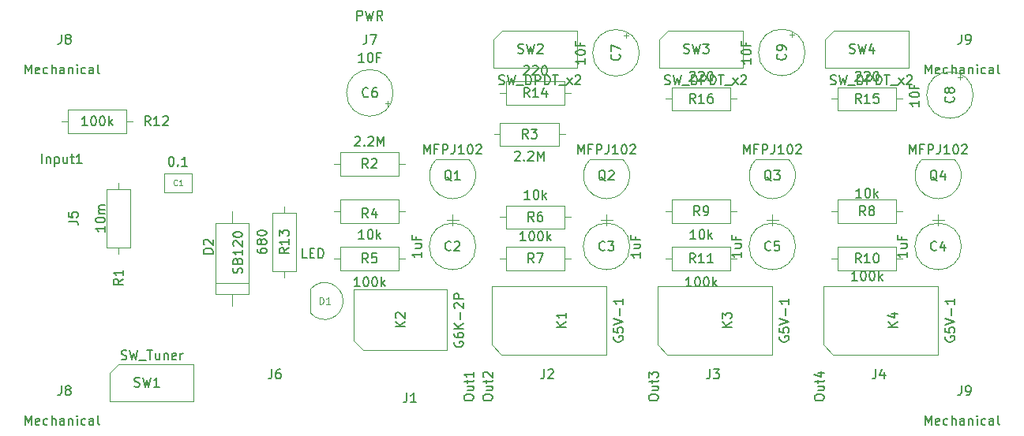
<source format=gbr>
G04 #@! TF.GenerationSoftware,KiCad,Pcbnew,(5.0.1-3-g963ef8bb5)*
G04 #@! TF.CreationDate,2019-03-03T19:22:14-08:00*
G04 #@! TF.ProjectId,Multi-out-Buffer,4D756C74692D6F75742D427566666572,rev?*
G04 #@! TF.SameCoordinates,Original*
G04 #@! TF.FileFunction,Other,Fab,Top*
%FSLAX46Y46*%
G04 Gerber Fmt 4.6, Leading zero omitted, Abs format (unit mm)*
G04 Created by KiCad (PCBNEW (5.0.1-3-g963ef8bb5)) date Sunday, March 03, 2019 at 07:22:14 PM*
%MOMM*%
%LPD*%
G01*
G04 APERTURE LIST*
%ADD10C,0.100000*%
%ADD11C,0.120000*%
%ADD12C,0.150000*%
%ADD13C,0.090000*%
G04 APERTURE END LIST*
D10*
G04 #@! TO.C,Q1*
X173203625Y-116356375D02*
G75*
G02X171450000Y-120590000I-1753625J-1753625D01*
G01*
X169696375Y-116356375D02*
G75*
G03X171450000Y-120590000I1753625J-1753625D01*
G01*
X173190000Y-116360000D02*
X169690000Y-116360000D01*
G04 #@! TO.C,SW2*
X176800000Y-102520000D02*
X175800000Y-103520000D01*
X175800000Y-106520000D02*
X175800000Y-103520000D01*
X184800000Y-106520000D02*
X175800000Y-106520000D01*
X184800000Y-102520000D02*
X184800000Y-106520000D01*
X176800000Y-102520000D02*
X184800000Y-102520000D01*
G04 #@! TO.C,Q3*
X207493625Y-116356375D02*
G75*
G02X205740000Y-120590000I-1753625J-1753625D01*
G01*
X203986375Y-116356375D02*
G75*
G03X205740000Y-120590000I1753625J-1753625D01*
G01*
X207480000Y-116360000D02*
X203980000Y-116360000D01*
G04 #@! TO.C,Q4*
X225260000Y-116360000D02*
X221760000Y-116360000D01*
X221766375Y-116356375D02*
G75*
G03X223520000Y-120590000I1753625J-1753625D01*
G01*
X225273625Y-116356375D02*
G75*
G02X223520000Y-120590000I-1753625J-1753625D01*
G01*
G04 #@! TO.C,Q2*
X189700000Y-116360000D02*
X186200000Y-116360000D01*
X186206375Y-116356375D02*
G75*
G03X187960000Y-120590000I1753625J-1753625D01*
G01*
X189713625Y-116356375D02*
G75*
G02X187960000Y-120590000I-1753625J-1753625D01*
G01*
G04 #@! TO.C,SW1*
X135652000Y-138334000D02*
X143652000Y-138334000D01*
X143652000Y-138334000D02*
X143652000Y-142334000D01*
X143652000Y-142334000D02*
X134652000Y-142334000D01*
X134652000Y-142334000D02*
X134652000Y-139334000D01*
X135652000Y-138334000D02*
X134652000Y-139334000D01*
G04 #@! TO.C,D2*
X146028000Y-129660000D02*
X149628000Y-129660000D01*
X147828000Y-121920000D02*
X147828000Y-123200000D01*
X147828000Y-132080000D02*
X147828000Y-130800000D01*
X146028000Y-123200000D02*
X146028000Y-130800000D01*
X149628000Y-123200000D02*
X146028000Y-123200000D01*
X149628000Y-130800000D02*
X149628000Y-123200000D01*
X146028000Y-130800000D02*
X149628000Y-130800000D01*
G04 #@! TO.C,C2*
X172100000Y-122860000D02*
X170800000Y-122860000D01*
X171450000Y-122260000D02*
X171450000Y-123460000D01*
X173950000Y-125710000D02*
G75*
G03X173950000Y-125710000I-2500000J0D01*
G01*
G04 #@! TO.C,C3*
X190460000Y-125710000D02*
G75*
G03X190460000Y-125710000I-2500000J0D01*
G01*
X187960000Y-122260000D02*
X187960000Y-123460000D01*
X188610000Y-122860000D02*
X187310000Y-122860000D01*
G04 #@! TO.C,C4*
X224170000Y-122860000D02*
X222870000Y-122860000D01*
X223520000Y-122260000D02*
X223520000Y-123460000D01*
X226020000Y-125710000D02*
G75*
G03X226020000Y-125710000I-2500000J0D01*
G01*
G04 #@! TO.C,C5*
X206390000Y-122860000D02*
X205090000Y-122860000D01*
X205740000Y-122260000D02*
X205740000Y-123460000D01*
X208240000Y-125710000D02*
G75*
G03X208240000Y-125710000I-2500000J0D01*
G01*
G04 #@! TO.C,R1*
X135636000Y-126492000D02*
X135636000Y-125832000D01*
X135636000Y-118872000D02*
X135636000Y-119532000D01*
X136886000Y-125832000D02*
X136886000Y-119532000D01*
X134386000Y-125832000D02*
X136886000Y-125832000D01*
X134386000Y-119532000D02*
X134386000Y-125832000D01*
X136886000Y-119532000D02*
X134386000Y-119532000D01*
G04 #@! TO.C,R3*
X176555000Y-112415000D02*
X176555000Y-114915000D01*
X176555000Y-114915000D02*
X182855000Y-114915000D01*
X182855000Y-114915000D02*
X182855000Y-112415000D01*
X182855000Y-112415000D02*
X176555000Y-112415000D01*
X175895000Y-113665000D02*
X176555000Y-113665000D01*
X183515000Y-113665000D02*
X182855000Y-113665000D01*
G04 #@! TO.C,R4*
X158750000Y-121920000D02*
X159410000Y-121920000D01*
X166370000Y-121920000D02*
X165710000Y-121920000D01*
X159410000Y-123170000D02*
X165710000Y-123170000D01*
X159410000Y-120670000D02*
X159410000Y-123170000D01*
X165710000Y-120670000D02*
X159410000Y-120670000D01*
X165710000Y-123170000D02*
X165710000Y-120670000D01*
G04 #@! TO.C,R5*
X165710000Y-128250000D02*
X165710000Y-125750000D01*
X165710000Y-125750000D02*
X159410000Y-125750000D01*
X159410000Y-125750000D02*
X159410000Y-128250000D01*
X159410000Y-128250000D02*
X165710000Y-128250000D01*
X166370000Y-127000000D02*
X165710000Y-127000000D01*
X158750000Y-127000000D02*
X159410000Y-127000000D01*
G04 #@! TO.C,R6*
X183490000Y-123805000D02*
X183490000Y-121305000D01*
X183490000Y-121305000D02*
X177190000Y-121305000D01*
X177190000Y-121305000D02*
X177190000Y-123805000D01*
X177190000Y-123805000D02*
X183490000Y-123805000D01*
X184150000Y-122555000D02*
X183490000Y-122555000D01*
X176530000Y-122555000D02*
X177190000Y-122555000D01*
G04 #@! TO.C,R7*
X176530000Y-127000000D02*
X177190000Y-127000000D01*
X184150000Y-127000000D02*
X183490000Y-127000000D01*
X177190000Y-128250000D02*
X183490000Y-128250000D01*
X177190000Y-125750000D02*
X177190000Y-128250000D01*
X183490000Y-125750000D02*
X177190000Y-125750000D01*
X183490000Y-128250000D02*
X183490000Y-125750000D01*
G04 #@! TO.C,R8*
X212090000Y-121920000D02*
X212750000Y-121920000D01*
X219710000Y-121920000D02*
X219050000Y-121920000D01*
X212750000Y-123170000D02*
X219050000Y-123170000D01*
X212750000Y-120670000D02*
X212750000Y-123170000D01*
X219050000Y-120670000D02*
X212750000Y-120670000D01*
X219050000Y-123170000D02*
X219050000Y-120670000D01*
G04 #@! TO.C,R9*
X194310000Y-121920000D02*
X194970000Y-121920000D01*
X201930000Y-121920000D02*
X201270000Y-121920000D01*
X194970000Y-123170000D02*
X201270000Y-123170000D01*
X194970000Y-120670000D02*
X194970000Y-123170000D01*
X201270000Y-120670000D02*
X194970000Y-120670000D01*
X201270000Y-123170000D02*
X201270000Y-120670000D01*
G04 #@! TO.C,R10*
X219050000Y-128250000D02*
X219050000Y-125750000D01*
X219050000Y-125750000D02*
X212750000Y-125750000D01*
X212750000Y-125750000D02*
X212750000Y-128250000D01*
X212750000Y-128250000D02*
X219050000Y-128250000D01*
X219710000Y-127000000D02*
X219050000Y-127000000D01*
X212090000Y-127000000D02*
X212750000Y-127000000D01*
G04 #@! TO.C,R11*
X201270000Y-128250000D02*
X201270000Y-125750000D01*
X201270000Y-125750000D02*
X194970000Y-125750000D01*
X194970000Y-125750000D02*
X194970000Y-128250000D01*
X194970000Y-128250000D02*
X201270000Y-128250000D01*
X201930000Y-127000000D02*
X201270000Y-127000000D01*
X194310000Y-127000000D02*
X194970000Y-127000000D01*
G04 #@! TO.C,R12*
X136500000Y-113518000D02*
X136500000Y-111018000D01*
X136500000Y-111018000D02*
X130200000Y-111018000D01*
X130200000Y-111018000D02*
X130200000Y-113518000D01*
X130200000Y-113518000D02*
X136500000Y-113518000D01*
X137160000Y-112268000D02*
X136500000Y-112268000D01*
X129540000Y-112268000D02*
X130200000Y-112268000D01*
G04 #@! TO.C,R13*
X153416000Y-129032000D02*
X153416000Y-128372000D01*
X153416000Y-121412000D02*
X153416000Y-122072000D01*
X154666000Y-128372000D02*
X154666000Y-122072000D01*
X152166000Y-128372000D02*
X154666000Y-128372000D01*
X152166000Y-122072000D02*
X152166000Y-128372000D01*
X154666000Y-122072000D02*
X152166000Y-122072000D01*
G04 #@! TO.C,R2*
X165710000Y-118090000D02*
X165710000Y-115590000D01*
X165710000Y-115590000D02*
X159410000Y-115590000D01*
X159410000Y-115590000D02*
X159410000Y-118090000D01*
X159410000Y-118090000D02*
X165710000Y-118090000D01*
X166370000Y-116840000D02*
X165710000Y-116840000D01*
X158750000Y-116840000D02*
X159410000Y-116840000D01*
G04 #@! TO.C,C6*
X164463605Y-110557500D02*
X164463605Y-110057500D01*
X164713605Y-110307500D02*
X164213605Y-110307500D01*
X165080000Y-109220000D02*
G75*
G03X165080000Y-109220000I-2500000J0D01*
G01*
G04 #@! TO.C,R14*
X183490000Y-110470000D02*
X183490000Y-107970000D01*
X183490000Y-107970000D02*
X177190000Y-107970000D01*
X177190000Y-107970000D02*
X177190000Y-110470000D01*
X177190000Y-110470000D02*
X183490000Y-110470000D01*
X184150000Y-109220000D02*
X183490000Y-109220000D01*
X176530000Y-109220000D02*
X177190000Y-109220000D01*
G04 #@! TO.C,R15*
X212090000Y-109855000D02*
X212750000Y-109855000D01*
X219710000Y-109855000D02*
X219050000Y-109855000D01*
X212750000Y-111105000D02*
X219050000Y-111105000D01*
X212750000Y-108605000D02*
X212750000Y-111105000D01*
X219050000Y-108605000D02*
X212750000Y-108605000D01*
X219050000Y-111105000D02*
X219050000Y-108605000D01*
G04 #@! TO.C,R16*
X201270000Y-111105000D02*
X201270000Y-108605000D01*
X201270000Y-108605000D02*
X194970000Y-108605000D01*
X194970000Y-108605000D02*
X194970000Y-111105000D01*
X194970000Y-111105000D02*
X201270000Y-111105000D01*
X201930000Y-109855000D02*
X201270000Y-109855000D01*
X194310000Y-109855000D02*
X194970000Y-109855000D01*
G04 #@! TO.C,SW3*
X194580000Y-102520000D02*
X193580000Y-103520000D01*
X193580000Y-106520000D02*
X193580000Y-103520000D01*
X202580000Y-106520000D02*
X193580000Y-106520000D01*
X202580000Y-102520000D02*
X202580000Y-106520000D01*
X194580000Y-102520000D02*
X202580000Y-102520000D01*
G04 #@! TO.C,SW4*
X212360000Y-102520000D02*
X220360000Y-102520000D01*
X220360000Y-102520000D02*
X220360000Y-106520000D01*
X220360000Y-106520000D02*
X211360000Y-106520000D01*
X211360000Y-106520000D02*
X211360000Y-103520000D01*
X212360000Y-102520000D02*
X211360000Y-103520000D01*
G04 #@! TO.C,C1*
X143506000Y-119872000D02*
X143506000Y-117872000D01*
X143506000Y-117872000D02*
X140506000Y-117872000D01*
X140506000Y-117872000D02*
X140506000Y-119872000D01*
X140506000Y-119872000D02*
X143506000Y-119872000D01*
D11*
G04 #@! TO.C,K2*
X161872000Y-136844000D02*
X160872000Y-135844000D01*
X170872000Y-136844000D02*
X161872000Y-136844000D01*
X170872000Y-130344000D02*
X170872000Y-136844000D01*
X160872000Y-130344000D02*
X170872000Y-130344000D01*
X160872000Y-135844000D02*
X160872000Y-130344000D01*
D10*
G04 #@! TO.C,C7*
X191476000Y-104922000D02*
G75*
G03X191476000Y-104922000I-2500000J0D01*
G01*
X190063500Y-102788395D02*
X190063500Y-103288395D01*
X190313500Y-103038395D02*
X189813500Y-103038395D01*
G04 #@! TO.C,C8*
X227290000Y-109454000D02*
G75*
G03X227290000Y-109454000I-2500000J0D01*
G01*
X225877500Y-107320395D02*
X225877500Y-107820395D01*
X226127500Y-107570395D02*
X225627500Y-107570395D01*
G04 #@! TO.C,C9*
X208093500Y-102998395D02*
X207593500Y-102998395D01*
X207843500Y-102748395D02*
X207843500Y-103248395D01*
X209256000Y-104882000D02*
G75*
G03X209256000Y-104882000I-2500000J0D01*
G01*
D11*
G04 #@! TO.C,K1*
X176684000Y-137344000D02*
X175684000Y-136244000D01*
X187984000Y-137344000D02*
X176684000Y-137344000D01*
X187984000Y-129944000D02*
X187984000Y-137344000D01*
X175684000Y-129944000D02*
X187984000Y-129944000D01*
X175684000Y-136244000D02*
X175684000Y-129944000D01*
G04 #@! TO.C,K3*
X194464000Y-137344000D02*
X193464000Y-136244000D01*
X205764000Y-137344000D02*
X194464000Y-137344000D01*
X205764000Y-129944000D02*
X205764000Y-137344000D01*
X193464000Y-129944000D02*
X205764000Y-129944000D01*
X193464000Y-136244000D02*
X193464000Y-129944000D01*
G04 #@! TO.C,K4*
X211244000Y-136244000D02*
X211244000Y-129944000D01*
X211244000Y-129944000D02*
X223544000Y-129944000D01*
X223544000Y-129944000D02*
X223544000Y-137344000D01*
X223544000Y-137344000D02*
X212244000Y-137344000D01*
X212244000Y-137344000D02*
X211244000Y-136244000D01*
D10*
G04 #@! TO.C,D1*
X156234000Y-132872000D02*
X156234000Y-130272000D01*
X156234000Y-130272000D02*
G75*
G02X156234000Y-132872000I1500000J-1300000D01*
G01*
G04 #@! TD*
G04 #@! TO.C,J5*
D12*
X127420952Y-116784380D02*
X127420952Y-115784380D01*
X127897142Y-116117714D02*
X127897142Y-116784380D01*
X127897142Y-116212952D02*
X127944761Y-116165333D01*
X128040000Y-116117714D01*
X128182857Y-116117714D01*
X128278095Y-116165333D01*
X128325714Y-116260571D01*
X128325714Y-116784380D01*
X128801904Y-116117714D02*
X128801904Y-117117714D01*
X128801904Y-116165333D02*
X128897142Y-116117714D01*
X129087619Y-116117714D01*
X129182857Y-116165333D01*
X129230476Y-116212952D01*
X129278095Y-116308190D01*
X129278095Y-116593904D01*
X129230476Y-116689142D01*
X129182857Y-116736761D01*
X129087619Y-116784380D01*
X128897142Y-116784380D01*
X128801904Y-116736761D01*
X130135238Y-116117714D02*
X130135238Y-116784380D01*
X129706666Y-116117714D02*
X129706666Y-116641523D01*
X129754285Y-116736761D01*
X129849523Y-116784380D01*
X129992380Y-116784380D01*
X130087619Y-116736761D01*
X130135238Y-116689142D01*
X130468571Y-116117714D02*
X130849523Y-116117714D01*
X130611428Y-115784380D02*
X130611428Y-116641523D01*
X130659047Y-116736761D01*
X130754285Y-116784380D01*
X130849523Y-116784380D01*
X131706666Y-116784380D02*
X131135238Y-116784380D01*
X131420952Y-116784380D02*
X131420952Y-115784380D01*
X131325714Y-115927238D01*
X131230476Y-116022476D01*
X131135238Y-116070095D01*
X130262380Y-123015333D02*
X130976666Y-123015333D01*
X131119523Y-123062952D01*
X131214761Y-123158190D01*
X131262380Y-123301047D01*
X131262380Y-123396285D01*
X130262380Y-122062952D02*
X130262380Y-122539142D01*
X130738571Y-122586761D01*
X130690952Y-122539142D01*
X130643333Y-122443904D01*
X130643333Y-122205809D01*
X130690952Y-122110571D01*
X130738571Y-122062952D01*
X130833809Y-122015333D01*
X131071904Y-122015333D01*
X131167142Y-122062952D01*
X131214761Y-122110571D01*
X131262380Y-122205809D01*
X131262380Y-122443904D01*
X131214761Y-122539142D01*
X131167142Y-122586761D01*
G04 #@! TO.C,J9*
X222131428Y-144876380D02*
X222131428Y-143876380D01*
X222464761Y-144590666D01*
X222798095Y-143876380D01*
X222798095Y-144876380D01*
X223655238Y-144828761D02*
X223560000Y-144876380D01*
X223369523Y-144876380D01*
X223274285Y-144828761D01*
X223226666Y-144733523D01*
X223226666Y-144352571D01*
X223274285Y-144257333D01*
X223369523Y-144209714D01*
X223560000Y-144209714D01*
X223655238Y-144257333D01*
X223702857Y-144352571D01*
X223702857Y-144447809D01*
X223226666Y-144543047D01*
X224560000Y-144828761D02*
X224464761Y-144876380D01*
X224274285Y-144876380D01*
X224179047Y-144828761D01*
X224131428Y-144781142D01*
X224083809Y-144685904D01*
X224083809Y-144400190D01*
X224131428Y-144304952D01*
X224179047Y-144257333D01*
X224274285Y-144209714D01*
X224464761Y-144209714D01*
X224560000Y-144257333D01*
X224988571Y-144876380D02*
X224988571Y-143876380D01*
X225417142Y-144876380D02*
X225417142Y-144352571D01*
X225369523Y-144257333D01*
X225274285Y-144209714D01*
X225131428Y-144209714D01*
X225036190Y-144257333D01*
X224988571Y-144304952D01*
X226321904Y-144876380D02*
X226321904Y-144352571D01*
X226274285Y-144257333D01*
X226179047Y-144209714D01*
X225988571Y-144209714D01*
X225893333Y-144257333D01*
X226321904Y-144828761D02*
X226226666Y-144876380D01*
X225988571Y-144876380D01*
X225893333Y-144828761D01*
X225845714Y-144733523D01*
X225845714Y-144638285D01*
X225893333Y-144543047D01*
X225988571Y-144495428D01*
X226226666Y-144495428D01*
X226321904Y-144447809D01*
X226798095Y-144209714D02*
X226798095Y-144876380D01*
X226798095Y-144304952D02*
X226845714Y-144257333D01*
X226940952Y-144209714D01*
X227083809Y-144209714D01*
X227179047Y-144257333D01*
X227226666Y-144352571D01*
X227226666Y-144876380D01*
X227702857Y-144876380D02*
X227702857Y-144209714D01*
X227702857Y-143876380D02*
X227655238Y-143924000D01*
X227702857Y-143971619D01*
X227750476Y-143924000D01*
X227702857Y-143876380D01*
X227702857Y-143971619D01*
X228607619Y-144828761D02*
X228512380Y-144876380D01*
X228321904Y-144876380D01*
X228226666Y-144828761D01*
X228179047Y-144781142D01*
X228131428Y-144685904D01*
X228131428Y-144400190D01*
X228179047Y-144304952D01*
X228226666Y-144257333D01*
X228321904Y-144209714D01*
X228512380Y-144209714D01*
X228607619Y-144257333D01*
X229464761Y-144876380D02*
X229464761Y-144352571D01*
X229417142Y-144257333D01*
X229321904Y-144209714D01*
X229131428Y-144209714D01*
X229036190Y-144257333D01*
X229464761Y-144828761D02*
X229369523Y-144876380D01*
X229131428Y-144876380D01*
X229036190Y-144828761D01*
X228988571Y-144733523D01*
X228988571Y-144638285D01*
X229036190Y-144543047D01*
X229131428Y-144495428D01*
X229369523Y-144495428D01*
X229464761Y-144447809D01*
X230083809Y-144876380D02*
X229988571Y-144828761D01*
X229940952Y-144733523D01*
X229940952Y-143876380D01*
X226026666Y-140676380D02*
X226026666Y-141390666D01*
X225979047Y-141533523D01*
X225883809Y-141628761D01*
X225740952Y-141676380D01*
X225645714Y-141676380D01*
X226550476Y-141676380D02*
X226740952Y-141676380D01*
X226836190Y-141628761D01*
X226883809Y-141581142D01*
X226979047Y-141438285D01*
X227026666Y-141247809D01*
X227026666Y-140866857D01*
X226979047Y-140771619D01*
X226931428Y-140724000D01*
X226836190Y-140676380D01*
X226645714Y-140676380D01*
X226550476Y-140724000D01*
X226502857Y-140771619D01*
X226455238Y-140866857D01*
X226455238Y-141104952D01*
X226502857Y-141200190D01*
X226550476Y-141247809D01*
X226645714Y-141295428D01*
X226836190Y-141295428D01*
X226931428Y-141247809D01*
X226979047Y-141200190D01*
X227026666Y-141104952D01*
G04 #@! TO.C,J8*
X125611428Y-144876380D02*
X125611428Y-143876380D01*
X125944761Y-144590666D01*
X126278095Y-143876380D01*
X126278095Y-144876380D01*
X127135238Y-144828761D02*
X127040000Y-144876380D01*
X126849523Y-144876380D01*
X126754285Y-144828761D01*
X126706666Y-144733523D01*
X126706666Y-144352571D01*
X126754285Y-144257333D01*
X126849523Y-144209714D01*
X127040000Y-144209714D01*
X127135238Y-144257333D01*
X127182857Y-144352571D01*
X127182857Y-144447809D01*
X126706666Y-144543047D01*
X128040000Y-144828761D02*
X127944761Y-144876380D01*
X127754285Y-144876380D01*
X127659047Y-144828761D01*
X127611428Y-144781142D01*
X127563809Y-144685904D01*
X127563809Y-144400190D01*
X127611428Y-144304952D01*
X127659047Y-144257333D01*
X127754285Y-144209714D01*
X127944761Y-144209714D01*
X128040000Y-144257333D01*
X128468571Y-144876380D02*
X128468571Y-143876380D01*
X128897142Y-144876380D02*
X128897142Y-144352571D01*
X128849523Y-144257333D01*
X128754285Y-144209714D01*
X128611428Y-144209714D01*
X128516190Y-144257333D01*
X128468571Y-144304952D01*
X129801904Y-144876380D02*
X129801904Y-144352571D01*
X129754285Y-144257333D01*
X129659047Y-144209714D01*
X129468571Y-144209714D01*
X129373333Y-144257333D01*
X129801904Y-144828761D02*
X129706666Y-144876380D01*
X129468571Y-144876380D01*
X129373333Y-144828761D01*
X129325714Y-144733523D01*
X129325714Y-144638285D01*
X129373333Y-144543047D01*
X129468571Y-144495428D01*
X129706666Y-144495428D01*
X129801904Y-144447809D01*
X130278095Y-144209714D02*
X130278095Y-144876380D01*
X130278095Y-144304952D02*
X130325714Y-144257333D01*
X130420952Y-144209714D01*
X130563809Y-144209714D01*
X130659047Y-144257333D01*
X130706666Y-144352571D01*
X130706666Y-144876380D01*
X131182857Y-144876380D02*
X131182857Y-144209714D01*
X131182857Y-143876380D02*
X131135238Y-143924000D01*
X131182857Y-143971619D01*
X131230476Y-143924000D01*
X131182857Y-143876380D01*
X131182857Y-143971619D01*
X132087619Y-144828761D02*
X131992380Y-144876380D01*
X131801904Y-144876380D01*
X131706666Y-144828761D01*
X131659047Y-144781142D01*
X131611428Y-144685904D01*
X131611428Y-144400190D01*
X131659047Y-144304952D01*
X131706666Y-144257333D01*
X131801904Y-144209714D01*
X131992380Y-144209714D01*
X132087619Y-144257333D01*
X132944761Y-144876380D02*
X132944761Y-144352571D01*
X132897142Y-144257333D01*
X132801904Y-144209714D01*
X132611428Y-144209714D01*
X132516190Y-144257333D01*
X132944761Y-144828761D02*
X132849523Y-144876380D01*
X132611428Y-144876380D01*
X132516190Y-144828761D01*
X132468571Y-144733523D01*
X132468571Y-144638285D01*
X132516190Y-144543047D01*
X132611428Y-144495428D01*
X132849523Y-144495428D01*
X132944761Y-144447809D01*
X133563809Y-144876380D02*
X133468571Y-144828761D01*
X133420952Y-144733523D01*
X133420952Y-143876380D01*
X129506666Y-140676380D02*
X129506666Y-141390666D01*
X129459047Y-141533523D01*
X129363809Y-141628761D01*
X129220952Y-141676380D01*
X129125714Y-141676380D01*
X130125714Y-141104952D02*
X130030476Y-141057333D01*
X129982857Y-141009714D01*
X129935238Y-140914476D01*
X129935238Y-140866857D01*
X129982857Y-140771619D01*
X130030476Y-140724000D01*
X130125714Y-140676380D01*
X130316190Y-140676380D01*
X130411428Y-140724000D01*
X130459047Y-140771619D01*
X130506666Y-140866857D01*
X130506666Y-140914476D01*
X130459047Y-141009714D01*
X130411428Y-141057333D01*
X130316190Y-141104952D01*
X130125714Y-141104952D01*
X130030476Y-141152571D01*
X129982857Y-141200190D01*
X129935238Y-141295428D01*
X129935238Y-141485904D01*
X129982857Y-141581142D01*
X130030476Y-141628761D01*
X130125714Y-141676380D01*
X130316190Y-141676380D01*
X130411428Y-141628761D01*
X130459047Y-141581142D01*
X130506666Y-141485904D01*
X130506666Y-141295428D01*
X130459047Y-141200190D01*
X130411428Y-141152571D01*
X130316190Y-141104952D01*
G04 #@! TO.C,Q1*
X168378571Y-115772380D02*
X168378571Y-114772380D01*
X168711904Y-115486666D01*
X169045238Y-114772380D01*
X169045238Y-115772380D01*
X169854761Y-115248571D02*
X169521428Y-115248571D01*
X169521428Y-115772380D02*
X169521428Y-114772380D01*
X169997619Y-114772380D01*
X170378571Y-115772380D02*
X170378571Y-114772380D01*
X170759523Y-114772380D01*
X170854761Y-114820000D01*
X170902380Y-114867619D01*
X170950000Y-114962857D01*
X170950000Y-115105714D01*
X170902380Y-115200952D01*
X170854761Y-115248571D01*
X170759523Y-115296190D01*
X170378571Y-115296190D01*
X171664285Y-114772380D02*
X171664285Y-115486666D01*
X171616666Y-115629523D01*
X171521428Y-115724761D01*
X171378571Y-115772380D01*
X171283333Y-115772380D01*
X172664285Y-115772380D02*
X172092857Y-115772380D01*
X172378571Y-115772380D02*
X172378571Y-114772380D01*
X172283333Y-114915238D01*
X172188095Y-115010476D01*
X172092857Y-115058095D01*
X173283333Y-114772380D02*
X173378571Y-114772380D01*
X173473809Y-114820000D01*
X173521428Y-114867619D01*
X173569047Y-114962857D01*
X173616666Y-115153333D01*
X173616666Y-115391428D01*
X173569047Y-115581904D01*
X173521428Y-115677142D01*
X173473809Y-115724761D01*
X173378571Y-115772380D01*
X173283333Y-115772380D01*
X173188095Y-115724761D01*
X173140476Y-115677142D01*
X173092857Y-115581904D01*
X173045238Y-115391428D01*
X173045238Y-115153333D01*
X173092857Y-114962857D01*
X173140476Y-114867619D01*
X173188095Y-114820000D01*
X173283333Y-114772380D01*
X173997619Y-114867619D02*
X174045238Y-114820000D01*
X174140476Y-114772380D01*
X174378571Y-114772380D01*
X174473809Y-114820000D01*
X174521428Y-114867619D01*
X174569047Y-114962857D01*
X174569047Y-115058095D01*
X174521428Y-115200952D01*
X173950000Y-115772380D01*
X174569047Y-115772380D01*
X171354761Y-118657619D02*
X171259523Y-118610000D01*
X171164285Y-118514761D01*
X171021428Y-118371904D01*
X170926190Y-118324285D01*
X170830952Y-118324285D01*
X170878571Y-118562380D02*
X170783333Y-118514761D01*
X170688095Y-118419523D01*
X170640476Y-118229047D01*
X170640476Y-117895714D01*
X170688095Y-117705238D01*
X170783333Y-117610000D01*
X170878571Y-117562380D01*
X171069047Y-117562380D01*
X171164285Y-117610000D01*
X171259523Y-117705238D01*
X171307142Y-117895714D01*
X171307142Y-118229047D01*
X171259523Y-118419523D01*
X171164285Y-118514761D01*
X171069047Y-118562380D01*
X170878571Y-118562380D01*
X172259523Y-118562380D02*
X171688095Y-118562380D01*
X171973809Y-118562380D02*
X171973809Y-117562380D01*
X171878571Y-117705238D01*
X171783333Y-117800476D01*
X171688095Y-117848095D01*
G04 #@! TO.C,SW2*
X176419047Y-108274761D02*
X176561904Y-108322380D01*
X176800000Y-108322380D01*
X176895238Y-108274761D01*
X176942857Y-108227142D01*
X176990476Y-108131904D01*
X176990476Y-108036666D01*
X176942857Y-107941428D01*
X176895238Y-107893809D01*
X176800000Y-107846190D01*
X176609523Y-107798571D01*
X176514285Y-107750952D01*
X176466666Y-107703333D01*
X176419047Y-107608095D01*
X176419047Y-107512857D01*
X176466666Y-107417619D01*
X176514285Y-107370000D01*
X176609523Y-107322380D01*
X176847619Y-107322380D01*
X176990476Y-107370000D01*
X177323809Y-107322380D02*
X177561904Y-108322380D01*
X177752380Y-107608095D01*
X177942857Y-108322380D01*
X178180952Y-107322380D01*
X178323809Y-108417619D02*
X179085714Y-108417619D01*
X179323809Y-108322380D02*
X179323809Y-107322380D01*
X179561904Y-107322380D01*
X179704761Y-107370000D01*
X179800000Y-107465238D01*
X179847619Y-107560476D01*
X179895238Y-107750952D01*
X179895238Y-107893809D01*
X179847619Y-108084285D01*
X179800000Y-108179523D01*
X179704761Y-108274761D01*
X179561904Y-108322380D01*
X179323809Y-108322380D01*
X180323809Y-108322380D02*
X180323809Y-107322380D01*
X180704761Y-107322380D01*
X180800000Y-107370000D01*
X180847619Y-107417619D01*
X180895238Y-107512857D01*
X180895238Y-107655714D01*
X180847619Y-107750952D01*
X180800000Y-107798571D01*
X180704761Y-107846190D01*
X180323809Y-107846190D01*
X181323809Y-108322380D02*
X181323809Y-107322380D01*
X181561904Y-107322380D01*
X181704761Y-107370000D01*
X181800000Y-107465238D01*
X181847619Y-107560476D01*
X181895238Y-107750952D01*
X181895238Y-107893809D01*
X181847619Y-108084285D01*
X181800000Y-108179523D01*
X181704761Y-108274761D01*
X181561904Y-108322380D01*
X181323809Y-108322380D01*
X182180952Y-107322380D02*
X182752380Y-107322380D01*
X182466666Y-108322380D02*
X182466666Y-107322380D01*
X182847619Y-108417619D02*
X183609523Y-108417619D01*
X183752380Y-108322380D02*
X184276190Y-107655714D01*
X183752380Y-107655714D02*
X184276190Y-108322380D01*
X184609523Y-107417619D02*
X184657142Y-107370000D01*
X184752380Y-107322380D01*
X184990476Y-107322380D01*
X185085714Y-107370000D01*
X185133333Y-107417619D01*
X185180952Y-107512857D01*
X185180952Y-107608095D01*
X185133333Y-107750952D01*
X184561904Y-108322380D01*
X185180952Y-108322380D01*
X178466666Y-104924761D02*
X178609523Y-104972380D01*
X178847619Y-104972380D01*
X178942857Y-104924761D01*
X178990476Y-104877142D01*
X179038095Y-104781904D01*
X179038095Y-104686666D01*
X178990476Y-104591428D01*
X178942857Y-104543809D01*
X178847619Y-104496190D01*
X178657142Y-104448571D01*
X178561904Y-104400952D01*
X178514285Y-104353333D01*
X178466666Y-104258095D01*
X178466666Y-104162857D01*
X178514285Y-104067619D01*
X178561904Y-104020000D01*
X178657142Y-103972380D01*
X178895238Y-103972380D01*
X179038095Y-104020000D01*
X179371428Y-103972380D02*
X179609523Y-104972380D01*
X179800000Y-104258095D01*
X179990476Y-104972380D01*
X180228571Y-103972380D01*
X180561904Y-104067619D02*
X180609523Y-104020000D01*
X180704761Y-103972380D01*
X180942857Y-103972380D01*
X181038095Y-104020000D01*
X181085714Y-104067619D01*
X181133333Y-104162857D01*
X181133333Y-104258095D01*
X181085714Y-104400952D01*
X180514285Y-104972380D01*
X181133333Y-104972380D01*
G04 #@! TO.C,Q3*
X202668571Y-115772380D02*
X202668571Y-114772380D01*
X203001904Y-115486666D01*
X203335238Y-114772380D01*
X203335238Y-115772380D01*
X204144761Y-115248571D02*
X203811428Y-115248571D01*
X203811428Y-115772380D02*
X203811428Y-114772380D01*
X204287619Y-114772380D01*
X204668571Y-115772380D02*
X204668571Y-114772380D01*
X205049523Y-114772380D01*
X205144761Y-114820000D01*
X205192380Y-114867619D01*
X205240000Y-114962857D01*
X205240000Y-115105714D01*
X205192380Y-115200952D01*
X205144761Y-115248571D01*
X205049523Y-115296190D01*
X204668571Y-115296190D01*
X205954285Y-114772380D02*
X205954285Y-115486666D01*
X205906666Y-115629523D01*
X205811428Y-115724761D01*
X205668571Y-115772380D01*
X205573333Y-115772380D01*
X206954285Y-115772380D02*
X206382857Y-115772380D01*
X206668571Y-115772380D02*
X206668571Y-114772380D01*
X206573333Y-114915238D01*
X206478095Y-115010476D01*
X206382857Y-115058095D01*
X207573333Y-114772380D02*
X207668571Y-114772380D01*
X207763809Y-114820000D01*
X207811428Y-114867619D01*
X207859047Y-114962857D01*
X207906666Y-115153333D01*
X207906666Y-115391428D01*
X207859047Y-115581904D01*
X207811428Y-115677142D01*
X207763809Y-115724761D01*
X207668571Y-115772380D01*
X207573333Y-115772380D01*
X207478095Y-115724761D01*
X207430476Y-115677142D01*
X207382857Y-115581904D01*
X207335238Y-115391428D01*
X207335238Y-115153333D01*
X207382857Y-114962857D01*
X207430476Y-114867619D01*
X207478095Y-114820000D01*
X207573333Y-114772380D01*
X208287619Y-114867619D02*
X208335238Y-114820000D01*
X208430476Y-114772380D01*
X208668571Y-114772380D01*
X208763809Y-114820000D01*
X208811428Y-114867619D01*
X208859047Y-114962857D01*
X208859047Y-115058095D01*
X208811428Y-115200952D01*
X208240000Y-115772380D01*
X208859047Y-115772380D01*
X205644761Y-118657619D02*
X205549523Y-118610000D01*
X205454285Y-118514761D01*
X205311428Y-118371904D01*
X205216190Y-118324285D01*
X205120952Y-118324285D01*
X205168571Y-118562380D02*
X205073333Y-118514761D01*
X204978095Y-118419523D01*
X204930476Y-118229047D01*
X204930476Y-117895714D01*
X204978095Y-117705238D01*
X205073333Y-117610000D01*
X205168571Y-117562380D01*
X205359047Y-117562380D01*
X205454285Y-117610000D01*
X205549523Y-117705238D01*
X205597142Y-117895714D01*
X205597142Y-118229047D01*
X205549523Y-118419523D01*
X205454285Y-118514761D01*
X205359047Y-118562380D01*
X205168571Y-118562380D01*
X205930476Y-117562380D02*
X206549523Y-117562380D01*
X206216190Y-117943333D01*
X206359047Y-117943333D01*
X206454285Y-117990952D01*
X206501904Y-118038571D01*
X206549523Y-118133809D01*
X206549523Y-118371904D01*
X206501904Y-118467142D01*
X206454285Y-118514761D01*
X206359047Y-118562380D01*
X206073333Y-118562380D01*
X205978095Y-118514761D01*
X205930476Y-118467142D01*
G04 #@! TO.C,Q4*
X220448571Y-115772380D02*
X220448571Y-114772380D01*
X220781904Y-115486666D01*
X221115238Y-114772380D01*
X221115238Y-115772380D01*
X221924761Y-115248571D02*
X221591428Y-115248571D01*
X221591428Y-115772380D02*
X221591428Y-114772380D01*
X222067619Y-114772380D01*
X222448571Y-115772380D02*
X222448571Y-114772380D01*
X222829523Y-114772380D01*
X222924761Y-114820000D01*
X222972380Y-114867619D01*
X223020000Y-114962857D01*
X223020000Y-115105714D01*
X222972380Y-115200952D01*
X222924761Y-115248571D01*
X222829523Y-115296190D01*
X222448571Y-115296190D01*
X223734285Y-114772380D02*
X223734285Y-115486666D01*
X223686666Y-115629523D01*
X223591428Y-115724761D01*
X223448571Y-115772380D01*
X223353333Y-115772380D01*
X224734285Y-115772380D02*
X224162857Y-115772380D01*
X224448571Y-115772380D02*
X224448571Y-114772380D01*
X224353333Y-114915238D01*
X224258095Y-115010476D01*
X224162857Y-115058095D01*
X225353333Y-114772380D02*
X225448571Y-114772380D01*
X225543809Y-114820000D01*
X225591428Y-114867619D01*
X225639047Y-114962857D01*
X225686666Y-115153333D01*
X225686666Y-115391428D01*
X225639047Y-115581904D01*
X225591428Y-115677142D01*
X225543809Y-115724761D01*
X225448571Y-115772380D01*
X225353333Y-115772380D01*
X225258095Y-115724761D01*
X225210476Y-115677142D01*
X225162857Y-115581904D01*
X225115238Y-115391428D01*
X225115238Y-115153333D01*
X225162857Y-114962857D01*
X225210476Y-114867619D01*
X225258095Y-114820000D01*
X225353333Y-114772380D01*
X226067619Y-114867619D02*
X226115238Y-114820000D01*
X226210476Y-114772380D01*
X226448571Y-114772380D01*
X226543809Y-114820000D01*
X226591428Y-114867619D01*
X226639047Y-114962857D01*
X226639047Y-115058095D01*
X226591428Y-115200952D01*
X226020000Y-115772380D01*
X226639047Y-115772380D01*
X223424761Y-118657619D02*
X223329523Y-118610000D01*
X223234285Y-118514761D01*
X223091428Y-118371904D01*
X222996190Y-118324285D01*
X222900952Y-118324285D01*
X222948571Y-118562380D02*
X222853333Y-118514761D01*
X222758095Y-118419523D01*
X222710476Y-118229047D01*
X222710476Y-117895714D01*
X222758095Y-117705238D01*
X222853333Y-117610000D01*
X222948571Y-117562380D01*
X223139047Y-117562380D01*
X223234285Y-117610000D01*
X223329523Y-117705238D01*
X223377142Y-117895714D01*
X223377142Y-118229047D01*
X223329523Y-118419523D01*
X223234285Y-118514761D01*
X223139047Y-118562380D01*
X222948571Y-118562380D01*
X224234285Y-117895714D02*
X224234285Y-118562380D01*
X223996190Y-117514761D02*
X223758095Y-118229047D01*
X224377142Y-118229047D01*
G04 #@! TO.C,Q2*
X184888571Y-115772380D02*
X184888571Y-114772380D01*
X185221904Y-115486666D01*
X185555238Y-114772380D01*
X185555238Y-115772380D01*
X186364761Y-115248571D02*
X186031428Y-115248571D01*
X186031428Y-115772380D02*
X186031428Y-114772380D01*
X186507619Y-114772380D01*
X186888571Y-115772380D02*
X186888571Y-114772380D01*
X187269523Y-114772380D01*
X187364761Y-114820000D01*
X187412380Y-114867619D01*
X187460000Y-114962857D01*
X187460000Y-115105714D01*
X187412380Y-115200952D01*
X187364761Y-115248571D01*
X187269523Y-115296190D01*
X186888571Y-115296190D01*
X188174285Y-114772380D02*
X188174285Y-115486666D01*
X188126666Y-115629523D01*
X188031428Y-115724761D01*
X187888571Y-115772380D01*
X187793333Y-115772380D01*
X189174285Y-115772380D02*
X188602857Y-115772380D01*
X188888571Y-115772380D02*
X188888571Y-114772380D01*
X188793333Y-114915238D01*
X188698095Y-115010476D01*
X188602857Y-115058095D01*
X189793333Y-114772380D02*
X189888571Y-114772380D01*
X189983809Y-114820000D01*
X190031428Y-114867619D01*
X190079047Y-114962857D01*
X190126666Y-115153333D01*
X190126666Y-115391428D01*
X190079047Y-115581904D01*
X190031428Y-115677142D01*
X189983809Y-115724761D01*
X189888571Y-115772380D01*
X189793333Y-115772380D01*
X189698095Y-115724761D01*
X189650476Y-115677142D01*
X189602857Y-115581904D01*
X189555238Y-115391428D01*
X189555238Y-115153333D01*
X189602857Y-114962857D01*
X189650476Y-114867619D01*
X189698095Y-114820000D01*
X189793333Y-114772380D01*
X190507619Y-114867619D02*
X190555238Y-114820000D01*
X190650476Y-114772380D01*
X190888571Y-114772380D01*
X190983809Y-114820000D01*
X191031428Y-114867619D01*
X191079047Y-114962857D01*
X191079047Y-115058095D01*
X191031428Y-115200952D01*
X190460000Y-115772380D01*
X191079047Y-115772380D01*
X187864761Y-118657619D02*
X187769523Y-118610000D01*
X187674285Y-118514761D01*
X187531428Y-118371904D01*
X187436190Y-118324285D01*
X187340952Y-118324285D01*
X187388571Y-118562380D02*
X187293333Y-118514761D01*
X187198095Y-118419523D01*
X187150476Y-118229047D01*
X187150476Y-117895714D01*
X187198095Y-117705238D01*
X187293333Y-117610000D01*
X187388571Y-117562380D01*
X187579047Y-117562380D01*
X187674285Y-117610000D01*
X187769523Y-117705238D01*
X187817142Y-117895714D01*
X187817142Y-118229047D01*
X187769523Y-118419523D01*
X187674285Y-118514761D01*
X187579047Y-118562380D01*
X187388571Y-118562380D01*
X188198095Y-117657619D02*
X188245714Y-117610000D01*
X188340952Y-117562380D01*
X188579047Y-117562380D01*
X188674285Y-117610000D01*
X188721904Y-117657619D01*
X188769523Y-117752857D01*
X188769523Y-117848095D01*
X188721904Y-117990952D01*
X188150476Y-118562380D01*
X188769523Y-118562380D01*
G04 #@! TO.C,SW1*
X135930095Y-137818761D02*
X136072952Y-137866380D01*
X136311047Y-137866380D01*
X136406285Y-137818761D01*
X136453904Y-137771142D01*
X136501523Y-137675904D01*
X136501523Y-137580666D01*
X136453904Y-137485428D01*
X136406285Y-137437809D01*
X136311047Y-137390190D01*
X136120571Y-137342571D01*
X136025333Y-137294952D01*
X135977714Y-137247333D01*
X135930095Y-137152095D01*
X135930095Y-137056857D01*
X135977714Y-136961619D01*
X136025333Y-136914000D01*
X136120571Y-136866380D01*
X136358666Y-136866380D01*
X136501523Y-136914000D01*
X136834857Y-136866380D02*
X137072952Y-137866380D01*
X137263428Y-137152095D01*
X137453904Y-137866380D01*
X137692000Y-136866380D01*
X137834857Y-137961619D02*
X138596761Y-137961619D01*
X138692000Y-136866380D02*
X139263428Y-136866380D01*
X138977714Y-137866380D02*
X138977714Y-136866380D01*
X140025333Y-137199714D02*
X140025333Y-137866380D01*
X139596761Y-137199714D02*
X139596761Y-137723523D01*
X139644380Y-137818761D01*
X139739619Y-137866380D01*
X139882476Y-137866380D01*
X139977714Y-137818761D01*
X140025333Y-137771142D01*
X140501523Y-137199714D02*
X140501523Y-137866380D01*
X140501523Y-137294952D02*
X140549142Y-137247333D01*
X140644380Y-137199714D01*
X140787238Y-137199714D01*
X140882476Y-137247333D01*
X140930095Y-137342571D01*
X140930095Y-137866380D01*
X141787238Y-137818761D02*
X141692000Y-137866380D01*
X141501523Y-137866380D01*
X141406285Y-137818761D01*
X141358666Y-137723523D01*
X141358666Y-137342571D01*
X141406285Y-137247333D01*
X141501523Y-137199714D01*
X141692000Y-137199714D01*
X141787238Y-137247333D01*
X141834857Y-137342571D01*
X141834857Y-137437809D01*
X141358666Y-137533047D01*
X142263428Y-137866380D02*
X142263428Y-137199714D01*
X142263428Y-137390190D02*
X142311047Y-137294952D01*
X142358666Y-137247333D01*
X142453904Y-137199714D01*
X142549142Y-137199714D01*
X137318666Y-140738761D02*
X137461523Y-140786380D01*
X137699619Y-140786380D01*
X137794857Y-140738761D01*
X137842476Y-140691142D01*
X137890095Y-140595904D01*
X137890095Y-140500666D01*
X137842476Y-140405428D01*
X137794857Y-140357809D01*
X137699619Y-140310190D01*
X137509142Y-140262571D01*
X137413904Y-140214952D01*
X137366285Y-140167333D01*
X137318666Y-140072095D01*
X137318666Y-139976857D01*
X137366285Y-139881619D01*
X137413904Y-139834000D01*
X137509142Y-139786380D01*
X137747238Y-139786380D01*
X137890095Y-139834000D01*
X138223428Y-139786380D02*
X138461523Y-140786380D01*
X138652000Y-140072095D01*
X138842476Y-140786380D01*
X139080571Y-139786380D01*
X139985333Y-140786380D02*
X139413904Y-140786380D01*
X139699619Y-140786380D02*
X139699619Y-139786380D01*
X139604380Y-139929238D01*
X139509142Y-140024476D01*
X139413904Y-140072095D01*
G04 #@! TO.C,D2*
X148867761Y-128579285D02*
X148915380Y-128436428D01*
X148915380Y-128198333D01*
X148867761Y-128103095D01*
X148820142Y-128055476D01*
X148724904Y-128007857D01*
X148629666Y-128007857D01*
X148534428Y-128055476D01*
X148486809Y-128103095D01*
X148439190Y-128198333D01*
X148391571Y-128388809D01*
X148343952Y-128484047D01*
X148296333Y-128531666D01*
X148201095Y-128579285D01*
X148105857Y-128579285D01*
X148010619Y-128531666D01*
X147963000Y-128484047D01*
X147915380Y-128388809D01*
X147915380Y-128150714D01*
X147963000Y-128007857D01*
X148391571Y-127245952D02*
X148439190Y-127103095D01*
X148486809Y-127055476D01*
X148582047Y-127007857D01*
X148724904Y-127007857D01*
X148820142Y-127055476D01*
X148867761Y-127103095D01*
X148915380Y-127198333D01*
X148915380Y-127579285D01*
X147915380Y-127579285D01*
X147915380Y-127245952D01*
X147963000Y-127150714D01*
X148010619Y-127103095D01*
X148105857Y-127055476D01*
X148201095Y-127055476D01*
X148296333Y-127103095D01*
X148343952Y-127150714D01*
X148391571Y-127245952D01*
X148391571Y-127579285D01*
X148915380Y-126055476D02*
X148915380Y-126626904D01*
X148915380Y-126341190D02*
X147915380Y-126341190D01*
X148058238Y-126436428D01*
X148153476Y-126531666D01*
X148201095Y-126626904D01*
X148010619Y-125674523D02*
X147963000Y-125626904D01*
X147915380Y-125531666D01*
X147915380Y-125293571D01*
X147963000Y-125198333D01*
X148010619Y-125150714D01*
X148105857Y-125103095D01*
X148201095Y-125103095D01*
X148343952Y-125150714D01*
X148915380Y-125722142D01*
X148915380Y-125103095D01*
X147915380Y-124484047D02*
X147915380Y-124388809D01*
X147963000Y-124293571D01*
X148010619Y-124245952D01*
X148105857Y-124198333D01*
X148296333Y-124150714D01*
X148534428Y-124150714D01*
X148724904Y-124198333D01*
X148820142Y-124245952D01*
X148867761Y-124293571D01*
X148915380Y-124388809D01*
X148915380Y-124484047D01*
X148867761Y-124579285D01*
X148820142Y-124626904D01*
X148724904Y-124674523D01*
X148534428Y-124722142D01*
X148296333Y-124722142D01*
X148105857Y-124674523D01*
X148010619Y-124626904D01*
X147963000Y-124579285D01*
X147915380Y-124484047D01*
X145740380Y-126468095D02*
X144740380Y-126468095D01*
X144740380Y-126230000D01*
X144788000Y-126087142D01*
X144883238Y-125991904D01*
X144978476Y-125944285D01*
X145168952Y-125896666D01*
X145311809Y-125896666D01*
X145502285Y-125944285D01*
X145597523Y-125991904D01*
X145692761Y-126087142D01*
X145740380Y-126230000D01*
X145740380Y-126468095D01*
X144835619Y-125515714D02*
X144788000Y-125468095D01*
X144740380Y-125372857D01*
X144740380Y-125134761D01*
X144788000Y-125039523D01*
X144835619Y-124991904D01*
X144930857Y-124944285D01*
X145026095Y-124944285D01*
X145168952Y-124991904D01*
X145740380Y-125563333D01*
X145740380Y-124944285D01*
G04 #@! TO.C,C2*
X168092380Y-126305238D02*
X168092380Y-126876666D01*
X168092380Y-126590952D02*
X167092380Y-126590952D01*
X167235238Y-126686190D01*
X167330476Y-126781428D01*
X167378095Y-126876666D01*
X167425714Y-125448095D02*
X168092380Y-125448095D01*
X167425714Y-125876666D02*
X167949523Y-125876666D01*
X168044761Y-125829047D01*
X168092380Y-125733809D01*
X168092380Y-125590952D01*
X168044761Y-125495714D01*
X167997142Y-125448095D01*
X167568571Y-124638571D02*
X167568571Y-124971904D01*
X168092380Y-124971904D02*
X167092380Y-124971904D01*
X167092380Y-124495714D01*
X171283333Y-126067142D02*
X171235714Y-126114761D01*
X171092857Y-126162380D01*
X170997619Y-126162380D01*
X170854761Y-126114761D01*
X170759523Y-126019523D01*
X170711904Y-125924285D01*
X170664285Y-125733809D01*
X170664285Y-125590952D01*
X170711904Y-125400476D01*
X170759523Y-125305238D01*
X170854761Y-125210000D01*
X170997619Y-125162380D01*
X171092857Y-125162380D01*
X171235714Y-125210000D01*
X171283333Y-125257619D01*
X171664285Y-125257619D02*
X171711904Y-125210000D01*
X171807142Y-125162380D01*
X172045238Y-125162380D01*
X172140476Y-125210000D01*
X172188095Y-125257619D01*
X172235714Y-125352857D01*
X172235714Y-125448095D01*
X172188095Y-125590952D01*
X171616666Y-126162380D01*
X172235714Y-126162380D01*
G04 #@! TO.C,C3*
X191587380Y-126325238D02*
X191587380Y-126896666D01*
X191587380Y-126610952D02*
X190587380Y-126610952D01*
X190730238Y-126706190D01*
X190825476Y-126801428D01*
X190873095Y-126896666D01*
X190920714Y-125468095D02*
X191587380Y-125468095D01*
X190920714Y-125896666D02*
X191444523Y-125896666D01*
X191539761Y-125849047D01*
X191587380Y-125753809D01*
X191587380Y-125610952D01*
X191539761Y-125515714D01*
X191492142Y-125468095D01*
X191063571Y-124658571D02*
X191063571Y-124991904D01*
X191587380Y-124991904D02*
X190587380Y-124991904D01*
X190587380Y-124515714D01*
X187793333Y-126067142D02*
X187745714Y-126114761D01*
X187602857Y-126162380D01*
X187507619Y-126162380D01*
X187364761Y-126114761D01*
X187269523Y-126019523D01*
X187221904Y-125924285D01*
X187174285Y-125733809D01*
X187174285Y-125590952D01*
X187221904Y-125400476D01*
X187269523Y-125305238D01*
X187364761Y-125210000D01*
X187507619Y-125162380D01*
X187602857Y-125162380D01*
X187745714Y-125210000D01*
X187793333Y-125257619D01*
X188126666Y-125162380D02*
X188745714Y-125162380D01*
X188412380Y-125543333D01*
X188555238Y-125543333D01*
X188650476Y-125590952D01*
X188698095Y-125638571D01*
X188745714Y-125733809D01*
X188745714Y-125971904D01*
X188698095Y-126067142D01*
X188650476Y-126114761D01*
X188555238Y-126162380D01*
X188269523Y-126162380D01*
X188174285Y-126114761D01*
X188126666Y-126067142D01*
G04 #@! TO.C,C4*
X220162380Y-126305238D02*
X220162380Y-126876666D01*
X220162380Y-126590952D02*
X219162380Y-126590952D01*
X219305238Y-126686190D01*
X219400476Y-126781428D01*
X219448095Y-126876666D01*
X219495714Y-125448095D02*
X220162380Y-125448095D01*
X219495714Y-125876666D02*
X220019523Y-125876666D01*
X220114761Y-125829047D01*
X220162380Y-125733809D01*
X220162380Y-125590952D01*
X220114761Y-125495714D01*
X220067142Y-125448095D01*
X219638571Y-124638571D02*
X219638571Y-124971904D01*
X220162380Y-124971904D02*
X219162380Y-124971904D01*
X219162380Y-124495714D01*
X223353333Y-126067142D02*
X223305714Y-126114761D01*
X223162857Y-126162380D01*
X223067619Y-126162380D01*
X222924761Y-126114761D01*
X222829523Y-126019523D01*
X222781904Y-125924285D01*
X222734285Y-125733809D01*
X222734285Y-125590952D01*
X222781904Y-125400476D01*
X222829523Y-125305238D01*
X222924761Y-125210000D01*
X223067619Y-125162380D01*
X223162857Y-125162380D01*
X223305714Y-125210000D01*
X223353333Y-125257619D01*
X224210476Y-125495714D02*
X224210476Y-126162380D01*
X223972380Y-125114761D02*
X223734285Y-125829047D01*
X224353333Y-125829047D01*
G04 #@! TO.C,C5*
X202382380Y-126305238D02*
X202382380Y-126876666D01*
X202382380Y-126590952D02*
X201382380Y-126590952D01*
X201525238Y-126686190D01*
X201620476Y-126781428D01*
X201668095Y-126876666D01*
X201715714Y-125448095D02*
X202382380Y-125448095D01*
X201715714Y-125876666D02*
X202239523Y-125876666D01*
X202334761Y-125829047D01*
X202382380Y-125733809D01*
X202382380Y-125590952D01*
X202334761Y-125495714D01*
X202287142Y-125448095D01*
X201858571Y-124638571D02*
X201858571Y-124971904D01*
X202382380Y-124971904D02*
X201382380Y-124971904D01*
X201382380Y-124495714D01*
X205573333Y-126067142D02*
X205525714Y-126114761D01*
X205382857Y-126162380D01*
X205287619Y-126162380D01*
X205144761Y-126114761D01*
X205049523Y-126019523D01*
X205001904Y-125924285D01*
X204954285Y-125733809D01*
X204954285Y-125590952D01*
X205001904Y-125400476D01*
X205049523Y-125305238D01*
X205144761Y-125210000D01*
X205287619Y-125162380D01*
X205382857Y-125162380D01*
X205525714Y-125210000D01*
X205573333Y-125257619D01*
X206478095Y-125162380D02*
X206001904Y-125162380D01*
X205954285Y-125638571D01*
X206001904Y-125590952D01*
X206097142Y-125543333D01*
X206335238Y-125543333D01*
X206430476Y-125590952D01*
X206478095Y-125638571D01*
X206525714Y-125733809D01*
X206525714Y-125971904D01*
X206478095Y-126067142D01*
X206430476Y-126114761D01*
X206335238Y-126162380D01*
X206097142Y-126162380D01*
X206001904Y-126114761D01*
X205954285Y-126067142D01*
G04 #@! TO.C,J1*
X172680380Y-142025523D02*
X172680380Y-141835047D01*
X172728000Y-141739809D01*
X172823238Y-141644571D01*
X173013714Y-141596952D01*
X173347047Y-141596952D01*
X173537523Y-141644571D01*
X173632761Y-141739809D01*
X173680380Y-141835047D01*
X173680380Y-142025523D01*
X173632761Y-142120761D01*
X173537523Y-142216000D01*
X173347047Y-142263619D01*
X173013714Y-142263619D01*
X172823238Y-142216000D01*
X172728000Y-142120761D01*
X172680380Y-142025523D01*
X173013714Y-140739809D02*
X173680380Y-140739809D01*
X173013714Y-141168380D02*
X173537523Y-141168380D01*
X173632761Y-141120761D01*
X173680380Y-141025523D01*
X173680380Y-140882666D01*
X173632761Y-140787428D01*
X173585142Y-140739809D01*
X173013714Y-140406476D02*
X173013714Y-140025523D01*
X172680380Y-140263619D02*
X173537523Y-140263619D01*
X173632761Y-140216000D01*
X173680380Y-140120761D01*
X173680380Y-140025523D01*
X173680380Y-139168380D02*
X173680380Y-139739809D01*
X173680380Y-139454095D02*
X172680380Y-139454095D01*
X172823238Y-139549333D01*
X172918476Y-139644571D01*
X172966095Y-139739809D01*
X166544666Y-141438380D02*
X166544666Y-142152666D01*
X166497047Y-142295523D01*
X166401809Y-142390761D01*
X166258952Y-142438380D01*
X166163714Y-142438380D01*
X167544666Y-142438380D02*
X166973238Y-142438380D01*
X167258952Y-142438380D02*
X167258952Y-141438380D01*
X167163714Y-141581238D01*
X167068476Y-141676476D01*
X166973238Y-141724095D01*
G04 #@! TO.C,J2*
X174712380Y-142025523D02*
X174712380Y-141835047D01*
X174760000Y-141739809D01*
X174855238Y-141644571D01*
X175045714Y-141596952D01*
X175379047Y-141596952D01*
X175569523Y-141644571D01*
X175664761Y-141739809D01*
X175712380Y-141835047D01*
X175712380Y-142025523D01*
X175664761Y-142120761D01*
X175569523Y-142216000D01*
X175379047Y-142263619D01*
X175045714Y-142263619D01*
X174855238Y-142216000D01*
X174760000Y-142120761D01*
X174712380Y-142025523D01*
X175045714Y-140739809D02*
X175712380Y-140739809D01*
X175045714Y-141168380D02*
X175569523Y-141168380D01*
X175664761Y-141120761D01*
X175712380Y-141025523D01*
X175712380Y-140882666D01*
X175664761Y-140787428D01*
X175617142Y-140739809D01*
X175045714Y-140406476D02*
X175045714Y-140025523D01*
X174712380Y-140263619D02*
X175569523Y-140263619D01*
X175664761Y-140216000D01*
X175712380Y-140120761D01*
X175712380Y-140025523D01*
X174807619Y-139739809D02*
X174760000Y-139692190D01*
X174712380Y-139596952D01*
X174712380Y-139358857D01*
X174760000Y-139263619D01*
X174807619Y-139216000D01*
X174902857Y-139168380D01*
X174998095Y-139168380D01*
X175140952Y-139216000D01*
X175712380Y-139787428D01*
X175712380Y-139168380D01*
X181276666Y-138898380D02*
X181276666Y-139612666D01*
X181229047Y-139755523D01*
X181133809Y-139850761D01*
X180990952Y-139898380D01*
X180895714Y-139898380D01*
X181705238Y-138993619D02*
X181752857Y-138946000D01*
X181848095Y-138898380D01*
X182086190Y-138898380D01*
X182181428Y-138946000D01*
X182229047Y-138993619D01*
X182276666Y-139088857D01*
X182276666Y-139184095D01*
X182229047Y-139326952D01*
X181657619Y-139898380D01*
X182276666Y-139898380D01*
G04 #@! TO.C,J3*
X192492380Y-142025523D02*
X192492380Y-141835047D01*
X192540000Y-141739809D01*
X192635238Y-141644571D01*
X192825714Y-141596952D01*
X193159047Y-141596952D01*
X193349523Y-141644571D01*
X193444761Y-141739809D01*
X193492380Y-141835047D01*
X193492380Y-142025523D01*
X193444761Y-142120761D01*
X193349523Y-142216000D01*
X193159047Y-142263619D01*
X192825714Y-142263619D01*
X192635238Y-142216000D01*
X192540000Y-142120761D01*
X192492380Y-142025523D01*
X192825714Y-140739809D02*
X193492380Y-140739809D01*
X192825714Y-141168380D02*
X193349523Y-141168380D01*
X193444761Y-141120761D01*
X193492380Y-141025523D01*
X193492380Y-140882666D01*
X193444761Y-140787428D01*
X193397142Y-140739809D01*
X192825714Y-140406476D02*
X192825714Y-140025523D01*
X192492380Y-140263619D02*
X193349523Y-140263619D01*
X193444761Y-140216000D01*
X193492380Y-140120761D01*
X193492380Y-140025523D01*
X192492380Y-139787428D02*
X192492380Y-139168380D01*
X192873333Y-139501714D01*
X192873333Y-139358857D01*
X192920952Y-139263619D01*
X192968571Y-139216000D01*
X193063809Y-139168380D01*
X193301904Y-139168380D01*
X193397142Y-139216000D01*
X193444761Y-139263619D01*
X193492380Y-139358857D01*
X193492380Y-139644571D01*
X193444761Y-139739809D01*
X193397142Y-139787428D01*
X199056666Y-138898380D02*
X199056666Y-139612666D01*
X199009047Y-139755523D01*
X198913809Y-139850761D01*
X198770952Y-139898380D01*
X198675714Y-139898380D01*
X199437619Y-138898380D02*
X200056666Y-138898380D01*
X199723333Y-139279333D01*
X199866190Y-139279333D01*
X199961428Y-139326952D01*
X200009047Y-139374571D01*
X200056666Y-139469809D01*
X200056666Y-139707904D01*
X200009047Y-139803142D01*
X199961428Y-139850761D01*
X199866190Y-139898380D01*
X199580476Y-139898380D01*
X199485238Y-139850761D01*
X199437619Y-139803142D01*
G04 #@! TO.C,J4*
X210272380Y-142025523D02*
X210272380Y-141835047D01*
X210320000Y-141739809D01*
X210415238Y-141644571D01*
X210605714Y-141596952D01*
X210939047Y-141596952D01*
X211129523Y-141644571D01*
X211224761Y-141739809D01*
X211272380Y-141835047D01*
X211272380Y-142025523D01*
X211224761Y-142120761D01*
X211129523Y-142216000D01*
X210939047Y-142263619D01*
X210605714Y-142263619D01*
X210415238Y-142216000D01*
X210320000Y-142120761D01*
X210272380Y-142025523D01*
X210605714Y-140739809D02*
X211272380Y-140739809D01*
X210605714Y-141168380D02*
X211129523Y-141168380D01*
X211224761Y-141120761D01*
X211272380Y-141025523D01*
X211272380Y-140882666D01*
X211224761Y-140787428D01*
X211177142Y-140739809D01*
X210605714Y-140406476D02*
X210605714Y-140025523D01*
X210272380Y-140263619D02*
X211129523Y-140263619D01*
X211224761Y-140216000D01*
X211272380Y-140120761D01*
X211272380Y-140025523D01*
X210605714Y-139263619D02*
X211272380Y-139263619D01*
X210224761Y-139501714D02*
X210939047Y-139739809D01*
X210939047Y-139120761D01*
X216836666Y-138898380D02*
X216836666Y-139612666D01*
X216789047Y-139755523D01*
X216693809Y-139850761D01*
X216550952Y-139898380D01*
X216455714Y-139898380D01*
X217741428Y-139231714D02*
X217741428Y-139898380D01*
X217503333Y-138850761D02*
X217265238Y-139565047D01*
X217884285Y-139565047D01*
G04 #@! TO.C,J6*
X152066666Y-138898380D02*
X152066666Y-139612666D01*
X152019047Y-139755523D01*
X151923809Y-139850761D01*
X151780952Y-139898380D01*
X151685714Y-139898380D01*
X152971428Y-138898380D02*
X152780952Y-138898380D01*
X152685714Y-138946000D01*
X152638095Y-138993619D01*
X152542857Y-139136476D01*
X152495238Y-139326952D01*
X152495238Y-139707904D01*
X152542857Y-139803142D01*
X152590476Y-139850761D01*
X152685714Y-139898380D01*
X152876190Y-139898380D01*
X152971428Y-139850761D01*
X153019047Y-139803142D01*
X153066666Y-139707904D01*
X153066666Y-139469809D01*
X153019047Y-139374571D01*
X152971428Y-139326952D01*
X152876190Y-139279333D01*
X152685714Y-139279333D01*
X152590476Y-139326952D01*
X152542857Y-139374571D01*
X152495238Y-139469809D01*
G04 #@! TO.C,R1*
X134183380Y-123539142D02*
X134183380Y-124110571D01*
X134183380Y-123824857D02*
X133183380Y-123824857D01*
X133326238Y-123920095D01*
X133421476Y-124015333D01*
X133469095Y-124110571D01*
X133183380Y-122920095D02*
X133183380Y-122824857D01*
X133231000Y-122729619D01*
X133278619Y-122682000D01*
X133373857Y-122634380D01*
X133564333Y-122586761D01*
X133802428Y-122586761D01*
X133992904Y-122634380D01*
X134088142Y-122682000D01*
X134135761Y-122729619D01*
X134183380Y-122824857D01*
X134183380Y-122920095D01*
X134135761Y-123015333D01*
X134088142Y-123062952D01*
X133992904Y-123110571D01*
X133802428Y-123158190D01*
X133564333Y-123158190D01*
X133373857Y-123110571D01*
X133278619Y-123062952D01*
X133231000Y-123015333D01*
X133183380Y-122920095D01*
X134183380Y-122158190D02*
X133516714Y-122158190D01*
X133611952Y-122158190D02*
X133564333Y-122110571D01*
X133516714Y-122015333D01*
X133516714Y-121872476D01*
X133564333Y-121777238D01*
X133659571Y-121729619D01*
X134183380Y-121729619D01*
X133659571Y-121729619D02*
X133564333Y-121682000D01*
X133516714Y-121586761D01*
X133516714Y-121443904D01*
X133564333Y-121348666D01*
X133659571Y-121301047D01*
X134183380Y-121301047D01*
X136088380Y-129198666D02*
X135612190Y-129532000D01*
X136088380Y-129770095D02*
X135088380Y-129770095D01*
X135088380Y-129389142D01*
X135136000Y-129293904D01*
X135183619Y-129246285D01*
X135278857Y-129198666D01*
X135421714Y-129198666D01*
X135516952Y-129246285D01*
X135564571Y-129293904D01*
X135612190Y-129389142D01*
X135612190Y-129770095D01*
X136088380Y-128246285D02*
X136088380Y-128817714D01*
X136088380Y-128532000D02*
X135088380Y-128532000D01*
X135231238Y-128627238D01*
X135326476Y-128722476D01*
X135374095Y-128817714D01*
G04 #@! TO.C,R3*
X178133571Y-115582619D02*
X178181190Y-115535000D01*
X178276428Y-115487380D01*
X178514523Y-115487380D01*
X178609761Y-115535000D01*
X178657380Y-115582619D01*
X178705000Y-115677857D01*
X178705000Y-115773095D01*
X178657380Y-115915952D01*
X178085952Y-116487380D01*
X178705000Y-116487380D01*
X179133571Y-116392142D02*
X179181190Y-116439761D01*
X179133571Y-116487380D01*
X179085952Y-116439761D01*
X179133571Y-116392142D01*
X179133571Y-116487380D01*
X179562142Y-115582619D02*
X179609761Y-115535000D01*
X179705000Y-115487380D01*
X179943095Y-115487380D01*
X180038333Y-115535000D01*
X180085952Y-115582619D01*
X180133571Y-115677857D01*
X180133571Y-115773095D01*
X180085952Y-115915952D01*
X179514523Y-116487380D01*
X180133571Y-116487380D01*
X180562142Y-116487380D02*
X180562142Y-115487380D01*
X180895476Y-116201666D01*
X181228809Y-115487380D01*
X181228809Y-116487380D01*
X179538333Y-114117380D02*
X179205000Y-113641190D01*
X178966904Y-114117380D02*
X178966904Y-113117380D01*
X179347857Y-113117380D01*
X179443095Y-113165000D01*
X179490714Y-113212619D01*
X179538333Y-113307857D01*
X179538333Y-113450714D01*
X179490714Y-113545952D01*
X179443095Y-113593571D01*
X179347857Y-113641190D01*
X178966904Y-113641190D01*
X179871666Y-113117380D02*
X180490714Y-113117380D01*
X180157380Y-113498333D01*
X180300238Y-113498333D01*
X180395476Y-113545952D01*
X180443095Y-113593571D01*
X180490714Y-113688809D01*
X180490714Y-113926904D01*
X180443095Y-114022142D01*
X180395476Y-114069761D01*
X180300238Y-114117380D01*
X180014523Y-114117380D01*
X179919285Y-114069761D01*
X179871666Y-114022142D01*
G04 #@! TO.C,R4*
X161964761Y-124912380D02*
X161393333Y-124912380D01*
X161679047Y-124912380D02*
X161679047Y-123912380D01*
X161583809Y-124055238D01*
X161488571Y-124150476D01*
X161393333Y-124198095D01*
X162583809Y-123912380D02*
X162679047Y-123912380D01*
X162774285Y-123960000D01*
X162821904Y-124007619D01*
X162869523Y-124102857D01*
X162917142Y-124293333D01*
X162917142Y-124531428D01*
X162869523Y-124721904D01*
X162821904Y-124817142D01*
X162774285Y-124864761D01*
X162679047Y-124912380D01*
X162583809Y-124912380D01*
X162488571Y-124864761D01*
X162440952Y-124817142D01*
X162393333Y-124721904D01*
X162345714Y-124531428D01*
X162345714Y-124293333D01*
X162393333Y-124102857D01*
X162440952Y-124007619D01*
X162488571Y-123960000D01*
X162583809Y-123912380D01*
X163345714Y-124912380D02*
X163345714Y-123912380D01*
X163440952Y-124531428D02*
X163726666Y-124912380D01*
X163726666Y-124245714D02*
X163345714Y-124626666D01*
X162393333Y-122627381D02*
X162060000Y-122151191D01*
X161821904Y-122627381D02*
X161821904Y-121627381D01*
X162202857Y-121627381D01*
X162298095Y-121675001D01*
X162345714Y-121722620D01*
X162393333Y-121817858D01*
X162393333Y-121960715D01*
X162345714Y-122055953D01*
X162298095Y-122103572D01*
X162202857Y-122151191D01*
X161821904Y-122151191D01*
X163250476Y-121960715D02*
X163250476Y-122627381D01*
X163012380Y-121579762D02*
X162774285Y-122294048D01*
X163393333Y-122294048D01*
G04 #@! TO.C,R5*
X161488571Y-129992380D02*
X160917142Y-129992380D01*
X161202857Y-129992380D02*
X161202857Y-128992380D01*
X161107619Y-129135238D01*
X161012380Y-129230476D01*
X160917142Y-129278095D01*
X162107619Y-128992380D02*
X162202857Y-128992380D01*
X162298095Y-129040000D01*
X162345714Y-129087619D01*
X162393333Y-129182857D01*
X162440952Y-129373333D01*
X162440952Y-129611428D01*
X162393333Y-129801904D01*
X162345714Y-129897142D01*
X162298095Y-129944761D01*
X162202857Y-129992380D01*
X162107619Y-129992380D01*
X162012380Y-129944761D01*
X161964761Y-129897142D01*
X161917142Y-129801904D01*
X161869523Y-129611428D01*
X161869523Y-129373333D01*
X161917142Y-129182857D01*
X161964761Y-129087619D01*
X162012380Y-129040000D01*
X162107619Y-128992380D01*
X163060000Y-128992380D02*
X163155238Y-128992380D01*
X163250476Y-129040000D01*
X163298095Y-129087619D01*
X163345714Y-129182857D01*
X163393333Y-129373333D01*
X163393333Y-129611428D01*
X163345714Y-129801904D01*
X163298095Y-129897142D01*
X163250476Y-129944761D01*
X163155238Y-129992380D01*
X163060000Y-129992380D01*
X162964761Y-129944761D01*
X162917142Y-129897142D01*
X162869523Y-129801904D01*
X162821904Y-129611428D01*
X162821904Y-129373333D01*
X162869523Y-129182857D01*
X162917142Y-129087619D01*
X162964761Y-129040000D01*
X163060000Y-128992380D01*
X163821904Y-129992380D02*
X163821904Y-128992380D01*
X163917142Y-129611428D02*
X164202857Y-129992380D01*
X164202857Y-129325714D02*
X163821904Y-129706666D01*
X162393333Y-127452380D02*
X162060000Y-126976190D01*
X161821904Y-127452380D02*
X161821904Y-126452380D01*
X162202857Y-126452380D01*
X162298095Y-126500000D01*
X162345714Y-126547619D01*
X162393333Y-126642857D01*
X162393333Y-126785714D01*
X162345714Y-126880952D01*
X162298095Y-126928571D01*
X162202857Y-126976190D01*
X161821904Y-126976190D01*
X163298095Y-126452380D02*
X162821904Y-126452380D01*
X162774285Y-126928571D01*
X162821904Y-126880952D01*
X162917142Y-126833333D01*
X163155238Y-126833333D01*
X163250476Y-126880952D01*
X163298095Y-126928571D01*
X163345714Y-127023809D01*
X163345714Y-127261904D01*
X163298095Y-127357142D01*
X163250476Y-127404761D01*
X163155238Y-127452380D01*
X162917142Y-127452380D01*
X162821904Y-127404761D01*
X162774285Y-127357142D01*
G04 #@! TO.C,R6*
X179744761Y-120637380D02*
X179173333Y-120637380D01*
X179459047Y-120637380D02*
X179459047Y-119637380D01*
X179363809Y-119780238D01*
X179268571Y-119875476D01*
X179173333Y-119923095D01*
X180363809Y-119637380D02*
X180459047Y-119637380D01*
X180554285Y-119685000D01*
X180601904Y-119732619D01*
X180649523Y-119827857D01*
X180697142Y-120018333D01*
X180697142Y-120256428D01*
X180649523Y-120446904D01*
X180601904Y-120542142D01*
X180554285Y-120589761D01*
X180459047Y-120637380D01*
X180363809Y-120637380D01*
X180268571Y-120589761D01*
X180220952Y-120542142D01*
X180173333Y-120446904D01*
X180125714Y-120256428D01*
X180125714Y-120018333D01*
X180173333Y-119827857D01*
X180220952Y-119732619D01*
X180268571Y-119685000D01*
X180363809Y-119637380D01*
X181125714Y-120637380D02*
X181125714Y-119637380D01*
X181220952Y-120256428D02*
X181506666Y-120637380D01*
X181506666Y-119970714D02*
X181125714Y-120351666D01*
X180173333Y-123007380D02*
X179840000Y-122531190D01*
X179601904Y-123007380D02*
X179601904Y-122007380D01*
X179982857Y-122007380D01*
X180078095Y-122055000D01*
X180125714Y-122102619D01*
X180173333Y-122197857D01*
X180173333Y-122340714D01*
X180125714Y-122435952D01*
X180078095Y-122483571D01*
X179982857Y-122531190D01*
X179601904Y-122531190D01*
X181030476Y-122007380D02*
X180840000Y-122007380D01*
X180744761Y-122055000D01*
X180697142Y-122102619D01*
X180601904Y-122245476D01*
X180554285Y-122435952D01*
X180554285Y-122816904D01*
X180601904Y-122912142D01*
X180649523Y-122959761D01*
X180744761Y-123007380D01*
X180935238Y-123007380D01*
X181030476Y-122959761D01*
X181078095Y-122912142D01*
X181125714Y-122816904D01*
X181125714Y-122578809D01*
X181078095Y-122483571D01*
X181030476Y-122435952D01*
X180935238Y-122388333D01*
X180744761Y-122388333D01*
X180649523Y-122435952D01*
X180601904Y-122483571D01*
X180554285Y-122578809D01*
G04 #@! TO.C,R7*
X179268571Y-125082380D02*
X178697142Y-125082380D01*
X178982857Y-125082380D02*
X178982857Y-124082380D01*
X178887619Y-124225238D01*
X178792380Y-124320476D01*
X178697142Y-124368095D01*
X179887619Y-124082380D02*
X179982857Y-124082380D01*
X180078095Y-124130000D01*
X180125714Y-124177619D01*
X180173333Y-124272857D01*
X180220952Y-124463333D01*
X180220952Y-124701428D01*
X180173333Y-124891904D01*
X180125714Y-124987142D01*
X180078095Y-125034761D01*
X179982857Y-125082380D01*
X179887619Y-125082380D01*
X179792380Y-125034761D01*
X179744761Y-124987142D01*
X179697142Y-124891904D01*
X179649523Y-124701428D01*
X179649523Y-124463333D01*
X179697142Y-124272857D01*
X179744761Y-124177619D01*
X179792380Y-124130000D01*
X179887619Y-124082380D01*
X180840000Y-124082380D02*
X180935238Y-124082380D01*
X181030476Y-124130000D01*
X181078095Y-124177619D01*
X181125714Y-124272857D01*
X181173333Y-124463333D01*
X181173333Y-124701428D01*
X181125714Y-124891904D01*
X181078095Y-124987142D01*
X181030476Y-125034761D01*
X180935238Y-125082380D01*
X180840000Y-125082380D01*
X180744761Y-125034761D01*
X180697142Y-124987142D01*
X180649523Y-124891904D01*
X180601904Y-124701428D01*
X180601904Y-124463333D01*
X180649523Y-124272857D01*
X180697142Y-124177619D01*
X180744761Y-124130000D01*
X180840000Y-124082380D01*
X181601904Y-125082380D02*
X181601904Y-124082380D01*
X181697142Y-124701428D02*
X181982857Y-125082380D01*
X181982857Y-124415714D02*
X181601904Y-124796666D01*
X180173333Y-127452380D02*
X179840000Y-126976190D01*
X179601904Y-127452380D02*
X179601904Y-126452380D01*
X179982857Y-126452380D01*
X180078095Y-126500000D01*
X180125714Y-126547619D01*
X180173333Y-126642857D01*
X180173333Y-126785714D01*
X180125714Y-126880952D01*
X180078095Y-126928571D01*
X179982857Y-126976190D01*
X179601904Y-126976190D01*
X180506666Y-126452380D02*
X181173333Y-126452380D01*
X180744761Y-127452380D01*
G04 #@! TO.C,R8*
X215304761Y-120467380D02*
X214733333Y-120467380D01*
X215019047Y-120467380D02*
X215019047Y-119467380D01*
X214923809Y-119610238D01*
X214828571Y-119705476D01*
X214733333Y-119753095D01*
X215923809Y-119467380D02*
X216019047Y-119467380D01*
X216114285Y-119515000D01*
X216161904Y-119562619D01*
X216209523Y-119657857D01*
X216257142Y-119848333D01*
X216257142Y-120086428D01*
X216209523Y-120276904D01*
X216161904Y-120372142D01*
X216114285Y-120419761D01*
X216019047Y-120467380D01*
X215923809Y-120467380D01*
X215828571Y-120419761D01*
X215780952Y-120372142D01*
X215733333Y-120276904D01*
X215685714Y-120086428D01*
X215685714Y-119848333D01*
X215733333Y-119657857D01*
X215780952Y-119562619D01*
X215828571Y-119515000D01*
X215923809Y-119467380D01*
X216685714Y-120467380D02*
X216685714Y-119467380D01*
X216780952Y-120086428D02*
X217066666Y-120467380D01*
X217066666Y-119800714D02*
X216685714Y-120181666D01*
X215733333Y-122372380D02*
X215400000Y-121896190D01*
X215161904Y-122372380D02*
X215161904Y-121372380D01*
X215542857Y-121372380D01*
X215638095Y-121420000D01*
X215685714Y-121467619D01*
X215733333Y-121562857D01*
X215733333Y-121705714D01*
X215685714Y-121800952D01*
X215638095Y-121848571D01*
X215542857Y-121896190D01*
X215161904Y-121896190D01*
X216304761Y-121800952D02*
X216209523Y-121753333D01*
X216161904Y-121705714D01*
X216114285Y-121610476D01*
X216114285Y-121562857D01*
X216161904Y-121467619D01*
X216209523Y-121420000D01*
X216304761Y-121372380D01*
X216495238Y-121372380D01*
X216590476Y-121420000D01*
X216638095Y-121467619D01*
X216685714Y-121562857D01*
X216685714Y-121610476D01*
X216638095Y-121705714D01*
X216590476Y-121753333D01*
X216495238Y-121800952D01*
X216304761Y-121800952D01*
X216209523Y-121848571D01*
X216161904Y-121896190D01*
X216114285Y-121991428D01*
X216114285Y-122181904D01*
X216161904Y-122277142D01*
X216209523Y-122324761D01*
X216304761Y-122372380D01*
X216495238Y-122372380D01*
X216590476Y-122324761D01*
X216638095Y-122277142D01*
X216685714Y-122181904D01*
X216685714Y-121991428D01*
X216638095Y-121896190D01*
X216590476Y-121848571D01*
X216495238Y-121800952D01*
G04 #@! TO.C,R9*
X197524761Y-124912380D02*
X196953333Y-124912380D01*
X197239047Y-124912380D02*
X197239047Y-123912380D01*
X197143809Y-124055238D01*
X197048571Y-124150476D01*
X196953333Y-124198095D01*
X198143809Y-123912380D02*
X198239047Y-123912380D01*
X198334285Y-123960000D01*
X198381904Y-124007619D01*
X198429523Y-124102857D01*
X198477142Y-124293333D01*
X198477142Y-124531428D01*
X198429523Y-124721904D01*
X198381904Y-124817142D01*
X198334285Y-124864761D01*
X198239047Y-124912380D01*
X198143809Y-124912380D01*
X198048571Y-124864761D01*
X198000952Y-124817142D01*
X197953333Y-124721904D01*
X197905714Y-124531428D01*
X197905714Y-124293333D01*
X197953333Y-124102857D01*
X198000952Y-124007619D01*
X198048571Y-123960000D01*
X198143809Y-123912380D01*
X198905714Y-124912380D02*
X198905714Y-123912380D01*
X199000952Y-124531428D02*
X199286666Y-124912380D01*
X199286666Y-124245714D02*
X198905714Y-124626666D01*
X197953333Y-122372380D02*
X197620000Y-121896190D01*
X197381904Y-122372380D02*
X197381904Y-121372380D01*
X197762857Y-121372380D01*
X197858095Y-121420000D01*
X197905714Y-121467619D01*
X197953333Y-121562857D01*
X197953333Y-121705714D01*
X197905714Y-121800952D01*
X197858095Y-121848571D01*
X197762857Y-121896190D01*
X197381904Y-121896190D01*
X198429523Y-122372380D02*
X198620000Y-122372380D01*
X198715238Y-122324761D01*
X198762857Y-122277142D01*
X198858095Y-122134285D01*
X198905714Y-121943809D01*
X198905714Y-121562857D01*
X198858095Y-121467619D01*
X198810476Y-121420000D01*
X198715238Y-121372380D01*
X198524761Y-121372380D01*
X198429523Y-121420000D01*
X198381904Y-121467619D01*
X198334285Y-121562857D01*
X198334285Y-121800952D01*
X198381904Y-121896190D01*
X198429523Y-121943809D01*
X198524761Y-121991428D01*
X198715238Y-121991428D01*
X198810476Y-121943809D01*
X198858095Y-121896190D01*
X198905714Y-121800952D01*
G04 #@! TO.C,R10*
X214828571Y-129357380D02*
X214257142Y-129357380D01*
X214542857Y-129357380D02*
X214542857Y-128357380D01*
X214447619Y-128500238D01*
X214352380Y-128595476D01*
X214257142Y-128643095D01*
X215447619Y-128357380D02*
X215542857Y-128357380D01*
X215638095Y-128405000D01*
X215685714Y-128452619D01*
X215733333Y-128547857D01*
X215780952Y-128738333D01*
X215780952Y-128976428D01*
X215733333Y-129166904D01*
X215685714Y-129262142D01*
X215638095Y-129309761D01*
X215542857Y-129357380D01*
X215447619Y-129357380D01*
X215352380Y-129309761D01*
X215304761Y-129262142D01*
X215257142Y-129166904D01*
X215209523Y-128976428D01*
X215209523Y-128738333D01*
X215257142Y-128547857D01*
X215304761Y-128452619D01*
X215352380Y-128405000D01*
X215447619Y-128357380D01*
X216400000Y-128357380D02*
X216495238Y-128357380D01*
X216590476Y-128405000D01*
X216638095Y-128452619D01*
X216685714Y-128547857D01*
X216733333Y-128738333D01*
X216733333Y-128976428D01*
X216685714Y-129166904D01*
X216638095Y-129262142D01*
X216590476Y-129309761D01*
X216495238Y-129357380D01*
X216400000Y-129357380D01*
X216304761Y-129309761D01*
X216257142Y-129262142D01*
X216209523Y-129166904D01*
X216161904Y-128976428D01*
X216161904Y-128738333D01*
X216209523Y-128547857D01*
X216257142Y-128452619D01*
X216304761Y-128405000D01*
X216400000Y-128357380D01*
X217161904Y-129357380D02*
X217161904Y-128357380D01*
X217257142Y-128976428D02*
X217542857Y-129357380D01*
X217542857Y-128690714D02*
X217161904Y-129071666D01*
X215257142Y-127452380D02*
X214923809Y-126976190D01*
X214685714Y-127452380D02*
X214685714Y-126452380D01*
X215066666Y-126452380D01*
X215161904Y-126500000D01*
X215209523Y-126547619D01*
X215257142Y-126642857D01*
X215257142Y-126785714D01*
X215209523Y-126880952D01*
X215161904Y-126928571D01*
X215066666Y-126976190D01*
X214685714Y-126976190D01*
X216209523Y-127452380D02*
X215638095Y-127452380D01*
X215923809Y-127452380D02*
X215923809Y-126452380D01*
X215828571Y-126595238D01*
X215733333Y-126690476D01*
X215638095Y-126738095D01*
X216828571Y-126452380D02*
X216923809Y-126452380D01*
X217019047Y-126500000D01*
X217066666Y-126547619D01*
X217114285Y-126642857D01*
X217161904Y-126833333D01*
X217161904Y-127071428D01*
X217114285Y-127261904D01*
X217066666Y-127357142D01*
X217019047Y-127404761D01*
X216923809Y-127452380D01*
X216828571Y-127452380D01*
X216733333Y-127404761D01*
X216685714Y-127357142D01*
X216638095Y-127261904D01*
X216590476Y-127071428D01*
X216590476Y-126833333D01*
X216638095Y-126642857D01*
X216685714Y-126547619D01*
X216733333Y-126500000D01*
X216828571Y-126452380D01*
G04 #@! TO.C,R11*
X197048571Y-129992380D02*
X196477142Y-129992380D01*
X196762857Y-129992380D02*
X196762857Y-128992380D01*
X196667619Y-129135238D01*
X196572380Y-129230476D01*
X196477142Y-129278095D01*
X197667619Y-128992380D02*
X197762857Y-128992380D01*
X197858095Y-129040000D01*
X197905714Y-129087619D01*
X197953333Y-129182857D01*
X198000952Y-129373333D01*
X198000952Y-129611428D01*
X197953333Y-129801904D01*
X197905714Y-129897142D01*
X197858095Y-129944761D01*
X197762857Y-129992380D01*
X197667619Y-129992380D01*
X197572380Y-129944761D01*
X197524761Y-129897142D01*
X197477142Y-129801904D01*
X197429523Y-129611428D01*
X197429523Y-129373333D01*
X197477142Y-129182857D01*
X197524761Y-129087619D01*
X197572380Y-129040000D01*
X197667619Y-128992380D01*
X198620000Y-128992380D02*
X198715238Y-128992380D01*
X198810476Y-129040000D01*
X198858095Y-129087619D01*
X198905714Y-129182857D01*
X198953333Y-129373333D01*
X198953333Y-129611428D01*
X198905714Y-129801904D01*
X198858095Y-129897142D01*
X198810476Y-129944761D01*
X198715238Y-129992380D01*
X198620000Y-129992380D01*
X198524761Y-129944761D01*
X198477142Y-129897142D01*
X198429523Y-129801904D01*
X198381904Y-129611428D01*
X198381904Y-129373333D01*
X198429523Y-129182857D01*
X198477142Y-129087619D01*
X198524761Y-129040000D01*
X198620000Y-128992380D01*
X199381904Y-129992380D02*
X199381904Y-128992380D01*
X199477142Y-129611428D02*
X199762857Y-129992380D01*
X199762857Y-129325714D02*
X199381904Y-129706666D01*
X197477142Y-127452380D02*
X197143809Y-126976190D01*
X196905714Y-127452380D02*
X196905714Y-126452380D01*
X197286666Y-126452380D01*
X197381904Y-126500000D01*
X197429523Y-126547619D01*
X197477142Y-126642857D01*
X197477142Y-126785714D01*
X197429523Y-126880952D01*
X197381904Y-126928571D01*
X197286666Y-126976190D01*
X196905714Y-126976190D01*
X198429523Y-127452380D02*
X197858095Y-127452380D01*
X198143809Y-127452380D02*
X198143809Y-126452380D01*
X198048571Y-126595238D01*
X197953333Y-126690476D01*
X197858095Y-126738095D01*
X199381904Y-127452380D02*
X198810476Y-127452380D01*
X199096190Y-127452380D02*
X199096190Y-126452380D01*
X199000952Y-126595238D01*
X198905714Y-126690476D01*
X198810476Y-126738095D01*
G04 #@! TO.C,R12*
X132278571Y-112720380D02*
X131707142Y-112720380D01*
X131992857Y-112720380D02*
X131992857Y-111720380D01*
X131897619Y-111863238D01*
X131802380Y-111958476D01*
X131707142Y-112006095D01*
X132897619Y-111720380D02*
X132992857Y-111720380D01*
X133088095Y-111768000D01*
X133135714Y-111815619D01*
X133183333Y-111910857D01*
X133230952Y-112101333D01*
X133230952Y-112339428D01*
X133183333Y-112529904D01*
X133135714Y-112625142D01*
X133088095Y-112672761D01*
X132992857Y-112720380D01*
X132897619Y-112720380D01*
X132802380Y-112672761D01*
X132754761Y-112625142D01*
X132707142Y-112529904D01*
X132659523Y-112339428D01*
X132659523Y-112101333D01*
X132707142Y-111910857D01*
X132754761Y-111815619D01*
X132802380Y-111768000D01*
X132897619Y-111720380D01*
X133850000Y-111720380D02*
X133945238Y-111720380D01*
X134040476Y-111768000D01*
X134088095Y-111815619D01*
X134135714Y-111910857D01*
X134183333Y-112101333D01*
X134183333Y-112339428D01*
X134135714Y-112529904D01*
X134088095Y-112625142D01*
X134040476Y-112672761D01*
X133945238Y-112720380D01*
X133850000Y-112720380D01*
X133754761Y-112672761D01*
X133707142Y-112625142D01*
X133659523Y-112529904D01*
X133611904Y-112339428D01*
X133611904Y-112101333D01*
X133659523Y-111910857D01*
X133707142Y-111815619D01*
X133754761Y-111768000D01*
X133850000Y-111720380D01*
X134611904Y-112720380D02*
X134611904Y-111720380D01*
X134707142Y-112339428D02*
X134992857Y-112720380D01*
X134992857Y-112053714D02*
X134611904Y-112434666D01*
X139057142Y-112720380D02*
X138723809Y-112244190D01*
X138485714Y-112720380D02*
X138485714Y-111720380D01*
X138866666Y-111720380D01*
X138961904Y-111768000D01*
X139009523Y-111815619D01*
X139057142Y-111910857D01*
X139057142Y-112053714D01*
X139009523Y-112148952D01*
X138961904Y-112196571D01*
X138866666Y-112244190D01*
X138485714Y-112244190D01*
X140009523Y-112720380D02*
X139438095Y-112720380D01*
X139723809Y-112720380D02*
X139723809Y-111720380D01*
X139628571Y-111863238D01*
X139533333Y-111958476D01*
X139438095Y-112006095D01*
X140390476Y-111815619D02*
X140438095Y-111768000D01*
X140533333Y-111720380D01*
X140771428Y-111720380D01*
X140866666Y-111768000D01*
X140914285Y-111815619D01*
X140961904Y-111910857D01*
X140961904Y-112006095D01*
X140914285Y-112148952D01*
X140342857Y-112720380D01*
X140961904Y-112720380D01*
G04 #@! TO.C,R13*
X150498380Y-125983904D02*
X150498380Y-126174380D01*
X150546000Y-126269619D01*
X150593619Y-126317238D01*
X150736476Y-126412476D01*
X150926952Y-126460095D01*
X151307904Y-126460095D01*
X151403142Y-126412476D01*
X151450761Y-126364857D01*
X151498380Y-126269619D01*
X151498380Y-126079142D01*
X151450761Y-125983904D01*
X151403142Y-125936285D01*
X151307904Y-125888666D01*
X151069809Y-125888666D01*
X150974571Y-125936285D01*
X150926952Y-125983904D01*
X150879333Y-126079142D01*
X150879333Y-126269619D01*
X150926952Y-126364857D01*
X150974571Y-126412476D01*
X151069809Y-126460095D01*
X150926952Y-125317238D02*
X150879333Y-125412476D01*
X150831714Y-125460095D01*
X150736476Y-125507714D01*
X150688857Y-125507714D01*
X150593619Y-125460095D01*
X150546000Y-125412476D01*
X150498380Y-125317238D01*
X150498380Y-125126761D01*
X150546000Y-125031523D01*
X150593619Y-124983904D01*
X150688857Y-124936285D01*
X150736476Y-124936285D01*
X150831714Y-124983904D01*
X150879333Y-125031523D01*
X150926952Y-125126761D01*
X150926952Y-125317238D01*
X150974571Y-125412476D01*
X151022190Y-125460095D01*
X151117428Y-125507714D01*
X151307904Y-125507714D01*
X151403142Y-125460095D01*
X151450761Y-125412476D01*
X151498380Y-125317238D01*
X151498380Y-125126761D01*
X151450761Y-125031523D01*
X151403142Y-124983904D01*
X151307904Y-124936285D01*
X151117428Y-124936285D01*
X151022190Y-124983904D01*
X150974571Y-125031523D01*
X150926952Y-125126761D01*
X150498380Y-124317238D02*
X150498380Y-124222000D01*
X150546000Y-124126761D01*
X150593619Y-124079142D01*
X150688857Y-124031523D01*
X150879333Y-123983904D01*
X151117428Y-123983904D01*
X151307904Y-124031523D01*
X151403142Y-124079142D01*
X151450761Y-124126761D01*
X151498380Y-124222000D01*
X151498380Y-124317238D01*
X151450761Y-124412476D01*
X151403142Y-124460095D01*
X151307904Y-124507714D01*
X151117428Y-124555333D01*
X150879333Y-124555333D01*
X150688857Y-124507714D01*
X150593619Y-124460095D01*
X150546000Y-124412476D01*
X150498380Y-124317238D01*
X153868380Y-125864857D02*
X153392190Y-126198190D01*
X153868380Y-126436285D02*
X152868380Y-126436285D01*
X152868380Y-126055333D01*
X152916000Y-125960095D01*
X152963619Y-125912476D01*
X153058857Y-125864857D01*
X153201714Y-125864857D01*
X153296952Y-125912476D01*
X153344571Y-125960095D01*
X153392190Y-126055333D01*
X153392190Y-126436285D01*
X153868380Y-124912476D02*
X153868380Y-125483904D01*
X153868380Y-125198190D02*
X152868380Y-125198190D01*
X153011238Y-125293428D01*
X153106476Y-125388666D01*
X153154095Y-125483904D01*
X152868380Y-124579142D02*
X152868380Y-123960095D01*
X153249333Y-124293428D01*
X153249333Y-124150571D01*
X153296952Y-124055333D01*
X153344571Y-124007714D01*
X153439809Y-123960095D01*
X153677904Y-123960095D01*
X153773142Y-124007714D01*
X153820761Y-124055333D01*
X153868380Y-124150571D01*
X153868380Y-124436285D01*
X153820761Y-124531523D01*
X153773142Y-124579142D01*
G04 #@! TO.C,R2*
X160988571Y-114017619D02*
X161036190Y-113970000D01*
X161131428Y-113922380D01*
X161369523Y-113922380D01*
X161464761Y-113970000D01*
X161512380Y-114017619D01*
X161560000Y-114112857D01*
X161560000Y-114208095D01*
X161512380Y-114350952D01*
X160940952Y-114922380D01*
X161560000Y-114922380D01*
X161988571Y-114827142D02*
X162036190Y-114874761D01*
X161988571Y-114922380D01*
X161940952Y-114874761D01*
X161988571Y-114827142D01*
X161988571Y-114922380D01*
X162417142Y-114017619D02*
X162464761Y-113970000D01*
X162560000Y-113922380D01*
X162798095Y-113922380D01*
X162893333Y-113970000D01*
X162940952Y-114017619D01*
X162988571Y-114112857D01*
X162988571Y-114208095D01*
X162940952Y-114350952D01*
X162369523Y-114922380D01*
X162988571Y-114922380D01*
X163417142Y-114922380D02*
X163417142Y-113922380D01*
X163750476Y-114636666D01*
X164083809Y-113922380D01*
X164083809Y-114922380D01*
X162393333Y-117292380D02*
X162060000Y-116816190D01*
X161821904Y-117292380D02*
X161821904Y-116292380D01*
X162202857Y-116292380D01*
X162298095Y-116340000D01*
X162345714Y-116387619D01*
X162393333Y-116482857D01*
X162393333Y-116625714D01*
X162345714Y-116720952D01*
X162298095Y-116768571D01*
X162202857Y-116816190D01*
X161821904Y-116816190D01*
X162774285Y-116387619D02*
X162821904Y-116340000D01*
X162917142Y-116292380D01*
X163155238Y-116292380D01*
X163250476Y-116340000D01*
X163298095Y-116387619D01*
X163345714Y-116482857D01*
X163345714Y-116578095D01*
X163298095Y-116720952D01*
X162726666Y-117292380D01*
X163345714Y-117292380D01*
G04 #@! TO.C,J7*
X161226666Y-101417380D02*
X161226666Y-100417380D01*
X161607619Y-100417380D01*
X161702857Y-100465000D01*
X161750476Y-100512619D01*
X161798095Y-100607857D01*
X161798095Y-100750714D01*
X161750476Y-100845952D01*
X161702857Y-100893571D01*
X161607619Y-100941190D01*
X161226666Y-100941190D01*
X162131428Y-100417380D02*
X162369523Y-101417380D01*
X162560000Y-100703095D01*
X162750476Y-101417380D01*
X162988571Y-100417380D01*
X163940952Y-101417380D02*
X163607619Y-100941190D01*
X163369523Y-101417380D02*
X163369523Y-100417380D01*
X163750476Y-100417380D01*
X163845714Y-100465000D01*
X163893333Y-100512619D01*
X163940952Y-100607857D01*
X163940952Y-100750714D01*
X163893333Y-100845952D01*
X163845714Y-100893571D01*
X163750476Y-100941190D01*
X163369523Y-100941190D01*
X162226666Y-102957380D02*
X162226666Y-103671666D01*
X162179047Y-103814523D01*
X162083809Y-103909761D01*
X161940952Y-103957380D01*
X161845714Y-103957380D01*
X162607619Y-102957380D02*
X163274285Y-102957380D01*
X162845714Y-103957380D01*
G04 #@! TO.C,J8*
X125611428Y-107157380D02*
X125611428Y-106157380D01*
X125944761Y-106871666D01*
X126278095Y-106157380D01*
X126278095Y-107157380D01*
X127135238Y-107109761D02*
X127040000Y-107157380D01*
X126849523Y-107157380D01*
X126754285Y-107109761D01*
X126706666Y-107014523D01*
X126706666Y-106633571D01*
X126754285Y-106538333D01*
X126849523Y-106490714D01*
X127040000Y-106490714D01*
X127135238Y-106538333D01*
X127182857Y-106633571D01*
X127182857Y-106728809D01*
X126706666Y-106824047D01*
X128040000Y-107109761D02*
X127944761Y-107157380D01*
X127754285Y-107157380D01*
X127659047Y-107109761D01*
X127611428Y-107062142D01*
X127563809Y-106966904D01*
X127563809Y-106681190D01*
X127611428Y-106585952D01*
X127659047Y-106538333D01*
X127754285Y-106490714D01*
X127944761Y-106490714D01*
X128040000Y-106538333D01*
X128468571Y-107157380D02*
X128468571Y-106157380D01*
X128897142Y-107157380D02*
X128897142Y-106633571D01*
X128849523Y-106538333D01*
X128754285Y-106490714D01*
X128611428Y-106490714D01*
X128516190Y-106538333D01*
X128468571Y-106585952D01*
X129801904Y-107157380D02*
X129801904Y-106633571D01*
X129754285Y-106538333D01*
X129659047Y-106490714D01*
X129468571Y-106490714D01*
X129373333Y-106538333D01*
X129801904Y-107109761D02*
X129706666Y-107157380D01*
X129468571Y-107157380D01*
X129373333Y-107109761D01*
X129325714Y-107014523D01*
X129325714Y-106919285D01*
X129373333Y-106824047D01*
X129468571Y-106776428D01*
X129706666Y-106776428D01*
X129801904Y-106728809D01*
X130278095Y-106490714D02*
X130278095Y-107157380D01*
X130278095Y-106585952D02*
X130325714Y-106538333D01*
X130420952Y-106490714D01*
X130563809Y-106490714D01*
X130659047Y-106538333D01*
X130706666Y-106633571D01*
X130706666Y-107157380D01*
X131182857Y-107157380D02*
X131182857Y-106490714D01*
X131182857Y-106157380D02*
X131135238Y-106205000D01*
X131182857Y-106252619D01*
X131230476Y-106205000D01*
X131182857Y-106157380D01*
X131182857Y-106252619D01*
X132087619Y-107109761D02*
X131992380Y-107157380D01*
X131801904Y-107157380D01*
X131706666Y-107109761D01*
X131659047Y-107062142D01*
X131611428Y-106966904D01*
X131611428Y-106681190D01*
X131659047Y-106585952D01*
X131706666Y-106538333D01*
X131801904Y-106490714D01*
X131992380Y-106490714D01*
X132087619Y-106538333D01*
X132944761Y-107157380D02*
X132944761Y-106633571D01*
X132897142Y-106538333D01*
X132801904Y-106490714D01*
X132611428Y-106490714D01*
X132516190Y-106538333D01*
X132944761Y-107109761D02*
X132849523Y-107157380D01*
X132611428Y-107157380D01*
X132516190Y-107109761D01*
X132468571Y-107014523D01*
X132468571Y-106919285D01*
X132516190Y-106824047D01*
X132611428Y-106776428D01*
X132849523Y-106776428D01*
X132944761Y-106728809D01*
X133563809Y-107157380D02*
X133468571Y-107109761D01*
X133420952Y-107014523D01*
X133420952Y-106157380D01*
X129506666Y-102957380D02*
X129506666Y-103671666D01*
X129459047Y-103814523D01*
X129363809Y-103909761D01*
X129220952Y-103957380D01*
X129125714Y-103957380D01*
X130125714Y-103385952D02*
X130030476Y-103338333D01*
X129982857Y-103290714D01*
X129935238Y-103195476D01*
X129935238Y-103147857D01*
X129982857Y-103052619D01*
X130030476Y-103005000D01*
X130125714Y-102957380D01*
X130316190Y-102957380D01*
X130411428Y-103005000D01*
X130459047Y-103052619D01*
X130506666Y-103147857D01*
X130506666Y-103195476D01*
X130459047Y-103290714D01*
X130411428Y-103338333D01*
X130316190Y-103385952D01*
X130125714Y-103385952D01*
X130030476Y-103433571D01*
X129982857Y-103481190D01*
X129935238Y-103576428D01*
X129935238Y-103766904D01*
X129982857Y-103862142D01*
X130030476Y-103909761D01*
X130125714Y-103957380D01*
X130316190Y-103957380D01*
X130411428Y-103909761D01*
X130459047Y-103862142D01*
X130506666Y-103766904D01*
X130506666Y-103576428D01*
X130459047Y-103481190D01*
X130411428Y-103433571D01*
X130316190Y-103385952D01*
G04 #@! TO.C,J9*
X222131428Y-107157380D02*
X222131428Y-106157380D01*
X222464761Y-106871666D01*
X222798095Y-106157380D01*
X222798095Y-107157380D01*
X223655238Y-107109761D02*
X223560000Y-107157380D01*
X223369523Y-107157380D01*
X223274285Y-107109761D01*
X223226666Y-107014523D01*
X223226666Y-106633571D01*
X223274285Y-106538333D01*
X223369523Y-106490714D01*
X223560000Y-106490714D01*
X223655238Y-106538333D01*
X223702857Y-106633571D01*
X223702857Y-106728809D01*
X223226666Y-106824047D01*
X224560000Y-107109761D02*
X224464761Y-107157380D01*
X224274285Y-107157380D01*
X224179047Y-107109761D01*
X224131428Y-107062142D01*
X224083809Y-106966904D01*
X224083809Y-106681190D01*
X224131428Y-106585952D01*
X224179047Y-106538333D01*
X224274285Y-106490714D01*
X224464761Y-106490714D01*
X224560000Y-106538333D01*
X224988571Y-107157380D02*
X224988571Y-106157380D01*
X225417142Y-107157380D02*
X225417142Y-106633571D01*
X225369523Y-106538333D01*
X225274285Y-106490714D01*
X225131428Y-106490714D01*
X225036190Y-106538333D01*
X224988571Y-106585952D01*
X226321904Y-107157380D02*
X226321904Y-106633571D01*
X226274285Y-106538333D01*
X226179047Y-106490714D01*
X225988571Y-106490714D01*
X225893333Y-106538333D01*
X226321904Y-107109761D02*
X226226666Y-107157380D01*
X225988571Y-107157380D01*
X225893333Y-107109761D01*
X225845714Y-107014523D01*
X225845714Y-106919285D01*
X225893333Y-106824047D01*
X225988571Y-106776428D01*
X226226666Y-106776428D01*
X226321904Y-106728809D01*
X226798095Y-106490714D02*
X226798095Y-107157380D01*
X226798095Y-106585952D02*
X226845714Y-106538333D01*
X226940952Y-106490714D01*
X227083809Y-106490714D01*
X227179047Y-106538333D01*
X227226666Y-106633571D01*
X227226666Y-107157380D01*
X227702857Y-107157380D02*
X227702857Y-106490714D01*
X227702857Y-106157380D02*
X227655238Y-106205000D01*
X227702857Y-106252619D01*
X227750476Y-106205000D01*
X227702857Y-106157380D01*
X227702857Y-106252619D01*
X228607619Y-107109761D02*
X228512380Y-107157380D01*
X228321904Y-107157380D01*
X228226666Y-107109761D01*
X228179047Y-107062142D01*
X228131428Y-106966904D01*
X228131428Y-106681190D01*
X228179047Y-106585952D01*
X228226666Y-106538333D01*
X228321904Y-106490714D01*
X228512380Y-106490714D01*
X228607619Y-106538333D01*
X229464761Y-107157380D02*
X229464761Y-106633571D01*
X229417142Y-106538333D01*
X229321904Y-106490714D01*
X229131428Y-106490714D01*
X229036190Y-106538333D01*
X229464761Y-107109761D02*
X229369523Y-107157380D01*
X229131428Y-107157380D01*
X229036190Y-107109761D01*
X228988571Y-107014523D01*
X228988571Y-106919285D01*
X229036190Y-106824047D01*
X229131428Y-106776428D01*
X229369523Y-106776428D01*
X229464761Y-106728809D01*
X230083809Y-107157380D02*
X229988571Y-107109761D01*
X229940952Y-107014523D01*
X229940952Y-106157380D01*
X226026666Y-102957380D02*
X226026666Y-103671666D01*
X225979047Y-103814523D01*
X225883809Y-103909761D01*
X225740952Y-103957380D01*
X225645714Y-103957380D01*
X226550476Y-103957380D02*
X226740952Y-103957380D01*
X226836190Y-103909761D01*
X226883809Y-103862142D01*
X226979047Y-103719285D01*
X227026666Y-103528809D01*
X227026666Y-103147857D01*
X226979047Y-103052619D01*
X226931428Y-103005000D01*
X226836190Y-102957380D01*
X226645714Y-102957380D01*
X226550476Y-103005000D01*
X226502857Y-103052619D01*
X226455238Y-103147857D01*
X226455238Y-103385952D01*
X226502857Y-103481190D01*
X226550476Y-103528809D01*
X226645714Y-103576428D01*
X226836190Y-103576428D01*
X226931428Y-103528809D01*
X226979047Y-103481190D01*
X227026666Y-103385952D01*
G04 #@! TO.C,C6*
X161960952Y-105922380D02*
X161389523Y-105922380D01*
X161675238Y-105922380D02*
X161675238Y-104922380D01*
X161580000Y-105065238D01*
X161484761Y-105160476D01*
X161389523Y-105208095D01*
X162580000Y-104922380D02*
X162675238Y-104922380D01*
X162770476Y-104970000D01*
X162818095Y-105017619D01*
X162865714Y-105112857D01*
X162913333Y-105303333D01*
X162913333Y-105541428D01*
X162865714Y-105731904D01*
X162818095Y-105827142D01*
X162770476Y-105874761D01*
X162675238Y-105922380D01*
X162580000Y-105922380D01*
X162484761Y-105874761D01*
X162437142Y-105827142D01*
X162389523Y-105731904D01*
X162341904Y-105541428D01*
X162341904Y-105303333D01*
X162389523Y-105112857D01*
X162437142Y-105017619D01*
X162484761Y-104970000D01*
X162580000Y-104922380D01*
X163675238Y-105398571D02*
X163341904Y-105398571D01*
X163341904Y-105922380D02*
X163341904Y-104922380D01*
X163818095Y-104922380D01*
X162413333Y-109577142D02*
X162365714Y-109624761D01*
X162222857Y-109672380D01*
X162127619Y-109672380D01*
X161984761Y-109624761D01*
X161889523Y-109529523D01*
X161841904Y-109434285D01*
X161794285Y-109243809D01*
X161794285Y-109100952D01*
X161841904Y-108910476D01*
X161889523Y-108815238D01*
X161984761Y-108720000D01*
X162127619Y-108672380D01*
X162222857Y-108672380D01*
X162365714Y-108720000D01*
X162413333Y-108767619D01*
X163270476Y-108672380D02*
X163080000Y-108672380D01*
X162984761Y-108720000D01*
X162937142Y-108767619D01*
X162841904Y-108910476D01*
X162794285Y-109100952D01*
X162794285Y-109481904D01*
X162841904Y-109577142D01*
X162889523Y-109624761D01*
X162984761Y-109672380D01*
X163175238Y-109672380D01*
X163270476Y-109624761D01*
X163318095Y-109577142D01*
X163365714Y-109481904D01*
X163365714Y-109243809D01*
X163318095Y-109148571D01*
X163270476Y-109100952D01*
X163175238Y-109053333D01*
X162984761Y-109053333D01*
X162889523Y-109100952D01*
X162841904Y-109148571D01*
X162794285Y-109243809D01*
G04 #@! TO.C,R14*
X179101904Y-106397619D02*
X179149523Y-106350000D01*
X179244761Y-106302380D01*
X179482857Y-106302380D01*
X179578095Y-106350000D01*
X179625714Y-106397619D01*
X179673333Y-106492857D01*
X179673333Y-106588095D01*
X179625714Y-106730952D01*
X179054285Y-107302380D01*
X179673333Y-107302380D01*
X180054285Y-106397619D02*
X180101904Y-106350000D01*
X180197142Y-106302380D01*
X180435238Y-106302380D01*
X180530476Y-106350000D01*
X180578095Y-106397619D01*
X180625714Y-106492857D01*
X180625714Y-106588095D01*
X180578095Y-106730952D01*
X180006666Y-107302380D01*
X180625714Y-107302380D01*
X181244761Y-106302380D02*
X181340000Y-106302380D01*
X181435238Y-106350000D01*
X181482857Y-106397619D01*
X181530476Y-106492857D01*
X181578095Y-106683333D01*
X181578095Y-106921428D01*
X181530476Y-107111904D01*
X181482857Y-107207142D01*
X181435238Y-107254761D01*
X181340000Y-107302380D01*
X181244761Y-107302380D01*
X181149523Y-107254761D01*
X181101904Y-107207142D01*
X181054285Y-107111904D01*
X181006666Y-106921428D01*
X181006666Y-106683333D01*
X181054285Y-106492857D01*
X181101904Y-106397619D01*
X181149523Y-106350000D01*
X181244761Y-106302380D01*
X179697142Y-109672380D02*
X179363809Y-109196190D01*
X179125714Y-109672380D02*
X179125714Y-108672380D01*
X179506666Y-108672380D01*
X179601904Y-108720000D01*
X179649523Y-108767619D01*
X179697142Y-108862857D01*
X179697142Y-109005714D01*
X179649523Y-109100952D01*
X179601904Y-109148571D01*
X179506666Y-109196190D01*
X179125714Y-109196190D01*
X180649523Y-109672380D02*
X180078095Y-109672380D01*
X180363809Y-109672380D02*
X180363809Y-108672380D01*
X180268571Y-108815238D01*
X180173333Y-108910476D01*
X180078095Y-108958095D01*
X181506666Y-109005714D02*
X181506666Y-109672380D01*
X181268571Y-108624761D02*
X181030476Y-109339047D01*
X181649523Y-109339047D01*
G04 #@! TO.C,R15*
X214661904Y-107032619D02*
X214709523Y-106985000D01*
X214804761Y-106937380D01*
X215042857Y-106937380D01*
X215138095Y-106985000D01*
X215185714Y-107032619D01*
X215233333Y-107127857D01*
X215233333Y-107223095D01*
X215185714Y-107365952D01*
X214614285Y-107937380D01*
X215233333Y-107937380D01*
X215614285Y-107032619D02*
X215661904Y-106985000D01*
X215757142Y-106937380D01*
X215995238Y-106937380D01*
X216090476Y-106985000D01*
X216138095Y-107032619D01*
X216185714Y-107127857D01*
X216185714Y-107223095D01*
X216138095Y-107365952D01*
X215566666Y-107937380D01*
X216185714Y-107937380D01*
X216804761Y-106937380D02*
X216900000Y-106937380D01*
X216995238Y-106985000D01*
X217042857Y-107032619D01*
X217090476Y-107127857D01*
X217138095Y-107318333D01*
X217138095Y-107556428D01*
X217090476Y-107746904D01*
X217042857Y-107842142D01*
X216995238Y-107889761D01*
X216900000Y-107937380D01*
X216804761Y-107937380D01*
X216709523Y-107889761D01*
X216661904Y-107842142D01*
X216614285Y-107746904D01*
X216566666Y-107556428D01*
X216566666Y-107318333D01*
X216614285Y-107127857D01*
X216661904Y-107032619D01*
X216709523Y-106985000D01*
X216804761Y-106937380D01*
X215257142Y-110307380D02*
X214923809Y-109831190D01*
X214685714Y-110307380D02*
X214685714Y-109307380D01*
X215066666Y-109307380D01*
X215161904Y-109355000D01*
X215209523Y-109402619D01*
X215257142Y-109497857D01*
X215257142Y-109640714D01*
X215209523Y-109735952D01*
X215161904Y-109783571D01*
X215066666Y-109831190D01*
X214685714Y-109831190D01*
X216209523Y-110307380D02*
X215638095Y-110307380D01*
X215923809Y-110307380D02*
X215923809Y-109307380D01*
X215828571Y-109450238D01*
X215733333Y-109545476D01*
X215638095Y-109593095D01*
X217114285Y-109307380D02*
X216638095Y-109307380D01*
X216590476Y-109783571D01*
X216638095Y-109735952D01*
X216733333Y-109688333D01*
X216971428Y-109688333D01*
X217066666Y-109735952D01*
X217114285Y-109783571D01*
X217161904Y-109878809D01*
X217161904Y-110116904D01*
X217114285Y-110212142D01*
X217066666Y-110259761D01*
X216971428Y-110307380D01*
X216733333Y-110307380D01*
X216638095Y-110259761D01*
X216590476Y-110212142D01*
G04 #@! TO.C,R16*
X196881904Y-107032619D02*
X196929523Y-106985000D01*
X197024761Y-106937380D01*
X197262857Y-106937380D01*
X197358095Y-106985000D01*
X197405714Y-107032619D01*
X197453333Y-107127857D01*
X197453333Y-107223095D01*
X197405714Y-107365952D01*
X196834285Y-107937380D01*
X197453333Y-107937380D01*
X197834285Y-107032619D02*
X197881904Y-106985000D01*
X197977142Y-106937380D01*
X198215238Y-106937380D01*
X198310476Y-106985000D01*
X198358095Y-107032619D01*
X198405714Y-107127857D01*
X198405714Y-107223095D01*
X198358095Y-107365952D01*
X197786666Y-107937380D01*
X198405714Y-107937380D01*
X199024761Y-106937380D02*
X199120000Y-106937380D01*
X199215238Y-106985000D01*
X199262857Y-107032619D01*
X199310476Y-107127857D01*
X199358095Y-107318333D01*
X199358095Y-107556428D01*
X199310476Y-107746904D01*
X199262857Y-107842142D01*
X199215238Y-107889761D01*
X199120000Y-107937380D01*
X199024761Y-107937380D01*
X198929523Y-107889761D01*
X198881904Y-107842142D01*
X198834285Y-107746904D01*
X198786666Y-107556428D01*
X198786666Y-107318333D01*
X198834285Y-107127857D01*
X198881904Y-107032619D01*
X198929523Y-106985000D01*
X199024761Y-106937380D01*
X197477142Y-110307380D02*
X197143809Y-109831190D01*
X196905714Y-110307380D02*
X196905714Y-109307380D01*
X197286666Y-109307380D01*
X197381904Y-109355000D01*
X197429523Y-109402619D01*
X197477142Y-109497857D01*
X197477142Y-109640714D01*
X197429523Y-109735952D01*
X197381904Y-109783571D01*
X197286666Y-109831190D01*
X196905714Y-109831190D01*
X198429523Y-110307380D02*
X197858095Y-110307380D01*
X198143809Y-110307380D02*
X198143809Y-109307380D01*
X198048571Y-109450238D01*
X197953333Y-109545476D01*
X197858095Y-109593095D01*
X199286666Y-109307380D02*
X199096190Y-109307380D01*
X199000952Y-109355000D01*
X198953333Y-109402619D01*
X198858095Y-109545476D01*
X198810476Y-109735952D01*
X198810476Y-110116904D01*
X198858095Y-110212142D01*
X198905714Y-110259761D01*
X199000952Y-110307380D01*
X199191428Y-110307380D01*
X199286666Y-110259761D01*
X199334285Y-110212142D01*
X199381904Y-110116904D01*
X199381904Y-109878809D01*
X199334285Y-109783571D01*
X199286666Y-109735952D01*
X199191428Y-109688333D01*
X199000952Y-109688333D01*
X198905714Y-109735952D01*
X198858095Y-109783571D01*
X198810476Y-109878809D01*
G04 #@! TO.C,SW3*
X194199047Y-108274761D02*
X194341904Y-108322380D01*
X194580000Y-108322380D01*
X194675238Y-108274761D01*
X194722857Y-108227142D01*
X194770476Y-108131904D01*
X194770476Y-108036666D01*
X194722857Y-107941428D01*
X194675238Y-107893809D01*
X194580000Y-107846190D01*
X194389523Y-107798571D01*
X194294285Y-107750952D01*
X194246666Y-107703333D01*
X194199047Y-107608095D01*
X194199047Y-107512857D01*
X194246666Y-107417619D01*
X194294285Y-107370000D01*
X194389523Y-107322380D01*
X194627619Y-107322380D01*
X194770476Y-107370000D01*
X195103809Y-107322380D02*
X195341904Y-108322380D01*
X195532380Y-107608095D01*
X195722857Y-108322380D01*
X195960952Y-107322380D01*
X196103809Y-108417619D02*
X196865714Y-108417619D01*
X197103809Y-108322380D02*
X197103809Y-107322380D01*
X197341904Y-107322380D01*
X197484761Y-107370000D01*
X197580000Y-107465238D01*
X197627619Y-107560476D01*
X197675238Y-107750952D01*
X197675238Y-107893809D01*
X197627619Y-108084285D01*
X197580000Y-108179523D01*
X197484761Y-108274761D01*
X197341904Y-108322380D01*
X197103809Y-108322380D01*
X198103809Y-108322380D02*
X198103809Y-107322380D01*
X198484761Y-107322380D01*
X198580000Y-107370000D01*
X198627619Y-107417619D01*
X198675238Y-107512857D01*
X198675238Y-107655714D01*
X198627619Y-107750952D01*
X198580000Y-107798571D01*
X198484761Y-107846190D01*
X198103809Y-107846190D01*
X199103809Y-108322380D02*
X199103809Y-107322380D01*
X199341904Y-107322380D01*
X199484761Y-107370000D01*
X199580000Y-107465238D01*
X199627619Y-107560476D01*
X199675238Y-107750952D01*
X199675238Y-107893809D01*
X199627619Y-108084285D01*
X199580000Y-108179523D01*
X199484761Y-108274761D01*
X199341904Y-108322380D01*
X199103809Y-108322380D01*
X199960952Y-107322380D02*
X200532380Y-107322380D01*
X200246666Y-108322380D02*
X200246666Y-107322380D01*
X200627619Y-108417619D02*
X201389523Y-108417619D01*
X201532380Y-108322380D02*
X202056190Y-107655714D01*
X201532380Y-107655714D02*
X202056190Y-108322380D01*
X202389523Y-107417619D02*
X202437142Y-107370000D01*
X202532380Y-107322380D01*
X202770476Y-107322380D01*
X202865714Y-107370000D01*
X202913333Y-107417619D01*
X202960952Y-107512857D01*
X202960952Y-107608095D01*
X202913333Y-107750952D01*
X202341904Y-108322380D01*
X202960952Y-108322380D01*
X196246666Y-104924761D02*
X196389523Y-104972380D01*
X196627619Y-104972380D01*
X196722857Y-104924761D01*
X196770476Y-104877142D01*
X196818095Y-104781904D01*
X196818095Y-104686666D01*
X196770476Y-104591428D01*
X196722857Y-104543809D01*
X196627619Y-104496190D01*
X196437142Y-104448571D01*
X196341904Y-104400952D01*
X196294285Y-104353333D01*
X196246666Y-104258095D01*
X196246666Y-104162857D01*
X196294285Y-104067619D01*
X196341904Y-104020000D01*
X196437142Y-103972380D01*
X196675238Y-103972380D01*
X196818095Y-104020000D01*
X197151428Y-103972380D02*
X197389523Y-104972380D01*
X197580000Y-104258095D01*
X197770476Y-104972380D01*
X198008571Y-103972380D01*
X198294285Y-103972380D02*
X198913333Y-103972380D01*
X198580000Y-104353333D01*
X198722857Y-104353333D01*
X198818095Y-104400952D01*
X198865714Y-104448571D01*
X198913333Y-104543809D01*
X198913333Y-104781904D01*
X198865714Y-104877142D01*
X198818095Y-104924761D01*
X198722857Y-104972380D01*
X198437142Y-104972380D01*
X198341904Y-104924761D01*
X198294285Y-104877142D01*
G04 #@! TO.C,SW4*
X211979047Y-108274761D02*
X212121904Y-108322380D01*
X212360000Y-108322380D01*
X212455238Y-108274761D01*
X212502857Y-108227142D01*
X212550476Y-108131904D01*
X212550476Y-108036666D01*
X212502857Y-107941428D01*
X212455238Y-107893809D01*
X212360000Y-107846190D01*
X212169523Y-107798571D01*
X212074285Y-107750952D01*
X212026666Y-107703333D01*
X211979047Y-107608095D01*
X211979047Y-107512857D01*
X212026666Y-107417619D01*
X212074285Y-107370000D01*
X212169523Y-107322380D01*
X212407619Y-107322380D01*
X212550476Y-107370000D01*
X212883809Y-107322380D02*
X213121904Y-108322380D01*
X213312380Y-107608095D01*
X213502857Y-108322380D01*
X213740952Y-107322380D01*
X213883809Y-108417619D02*
X214645714Y-108417619D01*
X214883809Y-108322380D02*
X214883809Y-107322380D01*
X215121904Y-107322380D01*
X215264761Y-107370000D01*
X215360000Y-107465238D01*
X215407619Y-107560476D01*
X215455238Y-107750952D01*
X215455238Y-107893809D01*
X215407619Y-108084285D01*
X215360000Y-108179523D01*
X215264761Y-108274761D01*
X215121904Y-108322380D01*
X214883809Y-108322380D01*
X215883809Y-108322380D02*
X215883809Y-107322380D01*
X216264761Y-107322380D01*
X216360000Y-107370000D01*
X216407619Y-107417619D01*
X216455238Y-107512857D01*
X216455238Y-107655714D01*
X216407619Y-107750952D01*
X216360000Y-107798571D01*
X216264761Y-107846190D01*
X215883809Y-107846190D01*
X216883809Y-108322380D02*
X216883809Y-107322380D01*
X217121904Y-107322380D01*
X217264761Y-107370000D01*
X217360000Y-107465238D01*
X217407619Y-107560476D01*
X217455238Y-107750952D01*
X217455238Y-107893809D01*
X217407619Y-108084285D01*
X217360000Y-108179523D01*
X217264761Y-108274761D01*
X217121904Y-108322380D01*
X216883809Y-108322380D01*
X217740952Y-107322380D02*
X218312380Y-107322380D01*
X218026666Y-108322380D02*
X218026666Y-107322380D01*
X218407619Y-108417619D02*
X219169523Y-108417619D01*
X219312380Y-108322380D02*
X219836190Y-107655714D01*
X219312380Y-107655714D02*
X219836190Y-108322380D01*
X220169523Y-107417619D02*
X220217142Y-107370000D01*
X220312380Y-107322380D01*
X220550476Y-107322380D01*
X220645714Y-107370000D01*
X220693333Y-107417619D01*
X220740952Y-107512857D01*
X220740952Y-107608095D01*
X220693333Y-107750952D01*
X220121904Y-108322380D01*
X220740952Y-108322380D01*
X214026666Y-104924761D02*
X214169523Y-104972380D01*
X214407619Y-104972380D01*
X214502857Y-104924761D01*
X214550476Y-104877142D01*
X214598095Y-104781904D01*
X214598095Y-104686666D01*
X214550476Y-104591428D01*
X214502857Y-104543809D01*
X214407619Y-104496190D01*
X214217142Y-104448571D01*
X214121904Y-104400952D01*
X214074285Y-104353333D01*
X214026666Y-104258095D01*
X214026666Y-104162857D01*
X214074285Y-104067619D01*
X214121904Y-104020000D01*
X214217142Y-103972380D01*
X214455238Y-103972380D01*
X214598095Y-104020000D01*
X214931428Y-103972380D02*
X215169523Y-104972380D01*
X215360000Y-104258095D01*
X215550476Y-104972380D01*
X215788571Y-103972380D01*
X216598095Y-104305714D02*
X216598095Y-104972380D01*
X216360000Y-103924761D02*
X216121904Y-104639047D01*
X216740952Y-104639047D01*
G04 #@! TO.C,C1*
X141244095Y-116074380D02*
X141339333Y-116074380D01*
X141434571Y-116122000D01*
X141482190Y-116169619D01*
X141529809Y-116264857D01*
X141577428Y-116455333D01*
X141577428Y-116693428D01*
X141529809Y-116883904D01*
X141482190Y-116979142D01*
X141434571Y-117026761D01*
X141339333Y-117074380D01*
X141244095Y-117074380D01*
X141148857Y-117026761D01*
X141101238Y-116979142D01*
X141053619Y-116883904D01*
X141006000Y-116693428D01*
X141006000Y-116455333D01*
X141053619Y-116264857D01*
X141101238Y-116169619D01*
X141148857Y-116122000D01*
X141244095Y-116074380D01*
X142006000Y-116979142D02*
X142053619Y-117026761D01*
X142006000Y-117074380D01*
X141958380Y-117026761D01*
X142006000Y-116979142D01*
X142006000Y-117074380D01*
X143006000Y-117074380D02*
X142434571Y-117074380D01*
X142720285Y-117074380D02*
X142720285Y-116074380D01*
X142625047Y-116217238D01*
X142529809Y-116312476D01*
X142434571Y-116360095D01*
D13*
X141906000Y-119086285D02*
X141877428Y-119114857D01*
X141791714Y-119143428D01*
X141734571Y-119143428D01*
X141648857Y-119114857D01*
X141591714Y-119057714D01*
X141563142Y-119000571D01*
X141534571Y-118886285D01*
X141534571Y-118800571D01*
X141563142Y-118686285D01*
X141591714Y-118629142D01*
X141648857Y-118572000D01*
X141734571Y-118543428D01*
X141791714Y-118543428D01*
X141877428Y-118572000D01*
X141906000Y-118600571D01*
X142477428Y-119143428D02*
X142134571Y-119143428D01*
X142306000Y-119143428D02*
X142306000Y-118543428D01*
X142248857Y-118629142D01*
X142191714Y-118686285D01*
X142134571Y-118714857D01*
G04 #@! TO.C,K2*
D12*
X171672000Y-135953523D02*
X171624380Y-136048761D01*
X171624380Y-136191619D01*
X171672000Y-136334476D01*
X171767238Y-136429714D01*
X171862476Y-136477333D01*
X172052952Y-136524952D01*
X172195809Y-136524952D01*
X172386285Y-136477333D01*
X172481523Y-136429714D01*
X172576761Y-136334476D01*
X172624380Y-136191619D01*
X172624380Y-136096380D01*
X172576761Y-135953523D01*
X172529142Y-135905904D01*
X172195809Y-135905904D01*
X172195809Y-136096380D01*
X171624380Y-135048761D02*
X171624380Y-135239238D01*
X171672000Y-135334476D01*
X171719619Y-135382095D01*
X171862476Y-135477333D01*
X172052952Y-135524952D01*
X172433904Y-135524952D01*
X172529142Y-135477333D01*
X172576761Y-135429714D01*
X172624380Y-135334476D01*
X172624380Y-135144000D01*
X172576761Y-135048761D01*
X172529142Y-135001142D01*
X172433904Y-134953523D01*
X172195809Y-134953523D01*
X172100571Y-135001142D01*
X172052952Y-135048761D01*
X172005333Y-135144000D01*
X172005333Y-135334476D01*
X172052952Y-135429714D01*
X172100571Y-135477333D01*
X172195809Y-135524952D01*
X172624380Y-134524952D02*
X171624380Y-134524952D01*
X172624380Y-133953523D02*
X172052952Y-134382095D01*
X171624380Y-133953523D02*
X172195809Y-134524952D01*
X172243428Y-133524952D02*
X172243428Y-132763047D01*
X171719619Y-132334476D02*
X171672000Y-132286857D01*
X171624380Y-132191619D01*
X171624380Y-131953523D01*
X171672000Y-131858285D01*
X171719619Y-131810666D01*
X171814857Y-131763047D01*
X171910095Y-131763047D01*
X172052952Y-131810666D01*
X172624380Y-132382095D01*
X172624380Y-131763047D01*
X172624380Y-131334476D02*
X171624380Y-131334476D01*
X171624380Y-130953523D01*
X171672000Y-130858285D01*
X171719619Y-130810666D01*
X171814857Y-130763047D01*
X171957714Y-130763047D01*
X172052952Y-130810666D01*
X172100571Y-130858285D01*
X172148190Y-130953523D01*
X172148190Y-131334476D01*
X166324380Y-134332095D02*
X165324380Y-134332095D01*
X166324380Y-133760666D02*
X165752952Y-134189238D01*
X165324380Y-133760666D02*
X165895809Y-134332095D01*
X165419619Y-133379714D02*
X165372000Y-133332095D01*
X165324380Y-133236857D01*
X165324380Y-132998761D01*
X165372000Y-132903523D01*
X165419619Y-132855904D01*
X165514857Y-132808285D01*
X165610095Y-132808285D01*
X165752952Y-132855904D01*
X166324380Y-133427333D01*
X166324380Y-132808285D01*
G04 #@! TO.C,C7*
X185678380Y-105541047D02*
X185678380Y-106112476D01*
X185678380Y-105826761D02*
X184678380Y-105826761D01*
X184821238Y-105922000D01*
X184916476Y-106017238D01*
X184964095Y-106112476D01*
X184678380Y-104922000D02*
X184678380Y-104826761D01*
X184726000Y-104731523D01*
X184773619Y-104683904D01*
X184868857Y-104636285D01*
X185059333Y-104588666D01*
X185297428Y-104588666D01*
X185487904Y-104636285D01*
X185583142Y-104683904D01*
X185630761Y-104731523D01*
X185678380Y-104826761D01*
X185678380Y-104922000D01*
X185630761Y-105017238D01*
X185583142Y-105064857D01*
X185487904Y-105112476D01*
X185297428Y-105160095D01*
X185059333Y-105160095D01*
X184868857Y-105112476D01*
X184773619Y-105064857D01*
X184726000Y-105017238D01*
X184678380Y-104922000D01*
X185154571Y-103826761D02*
X185154571Y-104160095D01*
X185678380Y-104160095D02*
X184678380Y-104160095D01*
X184678380Y-103683904D01*
X189333142Y-105088666D02*
X189380761Y-105136285D01*
X189428380Y-105279142D01*
X189428380Y-105374380D01*
X189380761Y-105517238D01*
X189285523Y-105612476D01*
X189190285Y-105660095D01*
X188999809Y-105707714D01*
X188856952Y-105707714D01*
X188666476Y-105660095D01*
X188571238Y-105612476D01*
X188476000Y-105517238D01*
X188428380Y-105374380D01*
X188428380Y-105279142D01*
X188476000Y-105136285D01*
X188523619Y-105088666D01*
X188428380Y-104755333D02*
X188428380Y-104088666D01*
X189428380Y-104517238D01*
G04 #@! TO.C,C8*
X221492380Y-110073047D02*
X221492380Y-110644476D01*
X221492380Y-110358761D02*
X220492380Y-110358761D01*
X220635238Y-110454000D01*
X220730476Y-110549238D01*
X220778095Y-110644476D01*
X220492380Y-109454000D02*
X220492380Y-109358761D01*
X220540000Y-109263523D01*
X220587619Y-109215904D01*
X220682857Y-109168285D01*
X220873333Y-109120666D01*
X221111428Y-109120666D01*
X221301904Y-109168285D01*
X221397142Y-109215904D01*
X221444761Y-109263523D01*
X221492380Y-109358761D01*
X221492380Y-109454000D01*
X221444761Y-109549238D01*
X221397142Y-109596857D01*
X221301904Y-109644476D01*
X221111428Y-109692095D01*
X220873333Y-109692095D01*
X220682857Y-109644476D01*
X220587619Y-109596857D01*
X220540000Y-109549238D01*
X220492380Y-109454000D01*
X220968571Y-108358761D02*
X220968571Y-108692095D01*
X221492380Y-108692095D02*
X220492380Y-108692095D01*
X220492380Y-108215904D01*
X225147142Y-109620666D02*
X225194761Y-109668285D01*
X225242380Y-109811142D01*
X225242380Y-109906380D01*
X225194761Y-110049238D01*
X225099523Y-110144476D01*
X225004285Y-110192095D01*
X224813809Y-110239714D01*
X224670952Y-110239714D01*
X224480476Y-110192095D01*
X224385238Y-110144476D01*
X224290000Y-110049238D01*
X224242380Y-109906380D01*
X224242380Y-109811142D01*
X224290000Y-109668285D01*
X224337619Y-109620666D01*
X224670952Y-109049238D02*
X224623333Y-109144476D01*
X224575714Y-109192095D01*
X224480476Y-109239714D01*
X224432857Y-109239714D01*
X224337619Y-109192095D01*
X224290000Y-109144476D01*
X224242380Y-109049238D01*
X224242380Y-108858761D01*
X224290000Y-108763523D01*
X224337619Y-108715904D01*
X224432857Y-108668285D01*
X224480476Y-108668285D01*
X224575714Y-108715904D01*
X224623333Y-108763523D01*
X224670952Y-108858761D01*
X224670952Y-109049238D01*
X224718571Y-109144476D01*
X224766190Y-109192095D01*
X224861428Y-109239714D01*
X225051904Y-109239714D01*
X225147142Y-109192095D01*
X225194761Y-109144476D01*
X225242380Y-109049238D01*
X225242380Y-108858761D01*
X225194761Y-108763523D01*
X225147142Y-108715904D01*
X225051904Y-108668285D01*
X224861428Y-108668285D01*
X224766190Y-108715904D01*
X224718571Y-108763523D01*
X224670952Y-108858761D01*
G04 #@! TO.C,C9*
X203458380Y-105501047D02*
X203458380Y-106072476D01*
X203458380Y-105786761D02*
X202458380Y-105786761D01*
X202601238Y-105882000D01*
X202696476Y-105977238D01*
X202744095Y-106072476D01*
X202458380Y-104882000D02*
X202458380Y-104786761D01*
X202506000Y-104691523D01*
X202553619Y-104643904D01*
X202648857Y-104596285D01*
X202839333Y-104548666D01*
X203077428Y-104548666D01*
X203267904Y-104596285D01*
X203363142Y-104643904D01*
X203410761Y-104691523D01*
X203458380Y-104786761D01*
X203458380Y-104882000D01*
X203410761Y-104977238D01*
X203363142Y-105024857D01*
X203267904Y-105072476D01*
X203077428Y-105120095D01*
X202839333Y-105120095D01*
X202648857Y-105072476D01*
X202553619Y-105024857D01*
X202506000Y-104977238D01*
X202458380Y-104882000D01*
X202934571Y-103786761D02*
X202934571Y-104120095D01*
X203458380Y-104120095D02*
X202458380Y-104120095D01*
X202458380Y-103643904D01*
X207113142Y-105048666D02*
X207160761Y-105096285D01*
X207208380Y-105239142D01*
X207208380Y-105334380D01*
X207160761Y-105477238D01*
X207065523Y-105572476D01*
X206970285Y-105620095D01*
X206779809Y-105667714D01*
X206636952Y-105667714D01*
X206446476Y-105620095D01*
X206351238Y-105572476D01*
X206256000Y-105477238D01*
X206208380Y-105334380D01*
X206208380Y-105239142D01*
X206256000Y-105096285D01*
X206303619Y-105048666D01*
X207208380Y-104572476D02*
X207208380Y-104382000D01*
X207160761Y-104286761D01*
X207113142Y-104239142D01*
X206970285Y-104143904D01*
X206779809Y-104096285D01*
X206398857Y-104096285D01*
X206303619Y-104143904D01*
X206256000Y-104191523D01*
X206208380Y-104286761D01*
X206208380Y-104477238D01*
X206256000Y-104572476D01*
X206303619Y-104620095D01*
X206398857Y-104667714D01*
X206636952Y-104667714D01*
X206732190Y-104620095D01*
X206779809Y-104572476D01*
X206827428Y-104477238D01*
X206827428Y-104286761D01*
X206779809Y-104191523D01*
X206732190Y-104143904D01*
X206636952Y-104096285D01*
G04 #@! TO.C,K1*
X188784000Y-135382095D02*
X188736380Y-135477333D01*
X188736380Y-135620190D01*
X188784000Y-135763047D01*
X188879238Y-135858285D01*
X188974476Y-135905904D01*
X189164952Y-135953523D01*
X189307809Y-135953523D01*
X189498285Y-135905904D01*
X189593523Y-135858285D01*
X189688761Y-135763047D01*
X189736380Y-135620190D01*
X189736380Y-135524952D01*
X189688761Y-135382095D01*
X189641142Y-135334476D01*
X189307809Y-135334476D01*
X189307809Y-135524952D01*
X188736380Y-134429714D02*
X188736380Y-134905904D01*
X189212571Y-134953523D01*
X189164952Y-134905904D01*
X189117333Y-134810666D01*
X189117333Y-134572571D01*
X189164952Y-134477333D01*
X189212571Y-134429714D01*
X189307809Y-134382095D01*
X189545904Y-134382095D01*
X189641142Y-134429714D01*
X189688761Y-134477333D01*
X189736380Y-134572571D01*
X189736380Y-134810666D01*
X189688761Y-134905904D01*
X189641142Y-134953523D01*
X188736380Y-134096380D02*
X189736380Y-133763047D01*
X188736380Y-133429714D01*
X189355428Y-133096380D02*
X189355428Y-132334476D01*
X189736380Y-131334476D02*
X189736380Y-131905904D01*
X189736380Y-131620190D02*
X188736380Y-131620190D01*
X188879238Y-131715428D01*
X188974476Y-131810666D01*
X189022095Y-131905904D01*
X183586380Y-134342095D02*
X182586380Y-134342095D01*
X183586380Y-133770666D02*
X183014952Y-134199238D01*
X182586380Y-133770666D02*
X183157809Y-134342095D01*
X183586380Y-132818285D02*
X183586380Y-133389714D01*
X183586380Y-133104000D02*
X182586380Y-133104000D01*
X182729238Y-133199238D01*
X182824476Y-133294476D01*
X182872095Y-133389714D01*
G04 #@! TO.C,K3*
X206564000Y-135382095D02*
X206516380Y-135477333D01*
X206516380Y-135620190D01*
X206564000Y-135763047D01*
X206659238Y-135858285D01*
X206754476Y-135905904D01*
X206944952Y-135953523D01*
X207087809Y-135953523D01*
X207278285Y-135905904D01*
X207373523Y-135858285D01*
X207468761Y-135763047D01*
X207516380Y-135620190D01*
X207516380Y-135524952D01*
X207468761Y-135382095D01*
X207421142Y-135334476D01*
X207087809Y-135334476D01*
X207087809Y-135524952D01*
X206516380Y-134429714D02*
X206516380Y-134905904D01*
X206992571Y-134953523D01*
X206944952Y-134905904D01*
X206897333Y-134810666D01*
X206897333Y-134572571D01*
X206944952Y-134477333D01*
X206992571Y-134429714D01*
X207087809Y-134382095D01*
X207325904Y-134382095D01*
X207421142Y-134429714D01*
X207468761Y-134477333D01*
X207516380Y-134572571D01*
X207516380Y-134810666D01*
X207468761Y-134905904D01*
X207421142Y-134953523D01*
X206516380Y-134096380D02*
X207516380Y-133763047D01*
X206516380Y-133429714D01*
X207135428Y-133096380D02*
X207135428Y-132334476D01*
X207516380Y-131334476D02*
X207516380Y-131905904D01*
X207516380Y-131620190D02*
X206516380Y-131620190D01*
X206659238Y-131715428D01*
X206754476Y-131810666D01*
X206802095Y-131905904D01*
X201366380Y-134342095D02*
X200366380Y-134342095D01*
X201366380Y-133770666D02*
X200794952Y-134199238D01*
X200366380Y-133770666D02*
X200937809Y-134342095D01*
X200366380Y-133437333D02*
X200366380Y-132818285D01*
X200747333Y-133151619D01*
X200747333Y-133008761D01*
X200794952Y-132913523D01*
X200842571Y-132865904D01*
X200937809Y-132818285D01*
X201175904Y-132818285D01*
X201271142Y-132865904D01*
X201318761Y-132913523D01*
X201366380Y-133008761D01*
X201366380Y-133294476D01*
X201318761Y-133389714D01*
X201271142Y-133437333D01*
G04 #@! TO.C,K4*
X224344000Y-135382095D02*
X224296380Y-135477333D01*
X224296380Y-135620190D01*
X224344000Y-135763047D01*
X224439238Y-135858285D01*
X224534476Y-135905904D01*
X224724952Y-135953523D01*
X224867809Y-135953523D01*
X225058285Y-135905904D01*
X225153523Y-135858285D01*
X225248761Y-135763047D01*
X225296380Y-135620190D01*
X225296380Y-135524952D01*
X225248761Y-135382095D01*
X225201142Y-135334476D01*
X224867809Y-135334476D01*
X224867809Y-135524952D01*
X224296380Y-134429714D02*
X224296380Y-134905904D01*
X224772571Y-134953523D01*
X224724952Y-134905904D01*
X224677333Y-134810666D01*
X224677333Y-134572571D01*
X224724952Y-134477333D01*
X224772571Y-134429714D01*
X224867809Y-134382095D01*
X225105904Y-134382095D01*
X225201142Y-134429714D01*
X225248761Y-134477333D01*
X225296380Y-134572571D01*
X225296380Y-134810666D01*
X225248761Y-134905904D01*
X225201142Y-134953523D01*
X224296380Y-134096380D02*
X225296380Y-133763047D01*
X224296380Y-133429714D01*
X224915428Y-133096380D02*
X224915428Y-132334476D01*
X225296380Y-131334476D02*
X225296380Y-131905904D01*
X225296380Y-131620190D02*
X224296380Y-131620190D01*
X224439238Y-131715428D01*
X224534476Y-131810666D01*
X224582095Y-131905904D01*
X219146380Y-134342095D02*
X218146380Y-134342095D01*
X219146380Y-133770666D02*
X218574952Y-134199238D01*
X218146380Y-133770666D02*
X218717809Y-134342095D01*
X218479714Y-132913523D02*
X219146380Y-132913523D01*
X218098761Y-133151619D02*
X218813047Y-133389714D01*
X218813047Y-132770666D01*
G04 #@! TO.C,D1*
X155821142Y-126944380D02*
X155344952Y-126944380D01*
X155344952Y-125944380D01*
X156154476Y-126420571D02*
X156487809Y-126420571D01*
X156630666Y-126944380D02*
X156154476Y-126944380D01*
X156154476Y-125944380D01*
X156630666Y-125944380D01*
X157059238Y-126944380D02*
X157059238Y-125944380D01*
X157297333Y-125944380D01*
X157440190Y-125992000D01*
X157535428Y-126087238D01*
X157583047Y-126182476D01*
X157630666Y-126372952D01*
X157630666Y-126515809D01*
X157583047Y-126706285D01*
X157535428Y-126801523D01*
X157440190Y-126896761D01*
X157297333Y-126944380D01*
X157059238Y-126944380D01*
D10*
X157180428Y-131911285D02*
X157180428Y-131161285D01*
X157359000Y-131161285D01*
X157466142Y-131197000D01*
X157537571Y-131268428D01*
X157573285Y-131339857D01*
X157609000Y-131482714D01*
X157609000Y-131589857D01*
X157573285Y-131732714D01*
X157537571Y-131804142D01*
X157466142Y-131875571D01*
X157359000Y-131911285D01*
X157180428Y-131911285D01*
X158323285Y-131911285D02*
X157894714Y-131911285D01*
X158109000Y-131911285D02*
X158109000Y-131161285D01*
X158037571Y-131268428D01*
X157966142Y-131339857D01*
X157894714Y-131375571D01*
G04 #@! TD*
M02*

</source>
